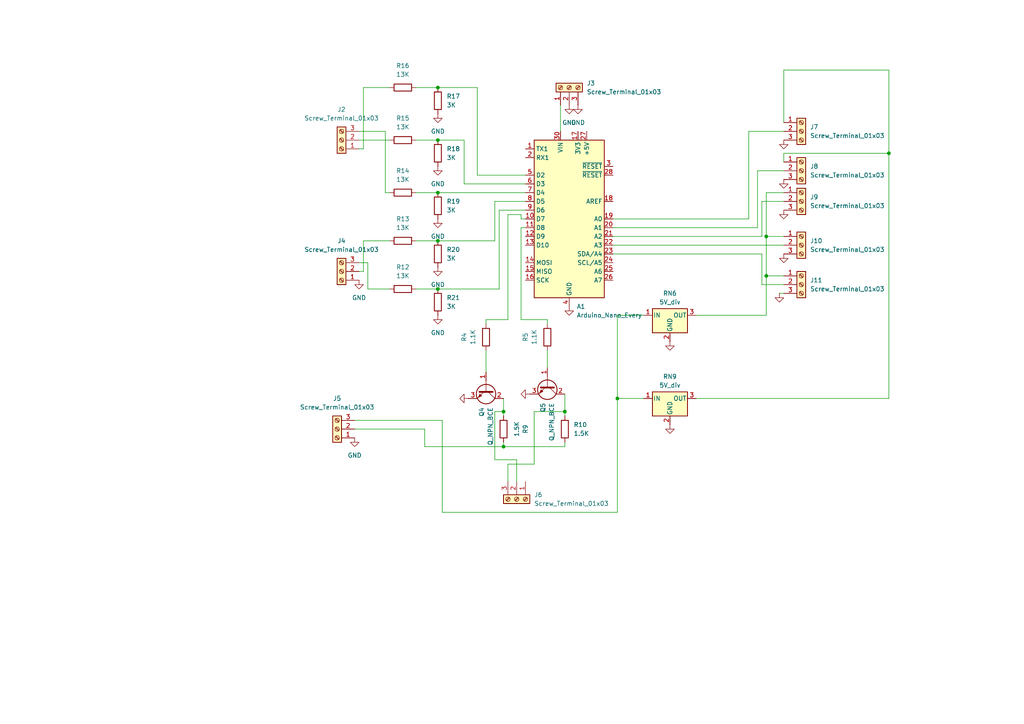
<source format=kicad_sch>
(kicad_sch
	(version 20250114)
	(generator "eeschema")
	(generator_version "9.0")
	(uuid "a2ef5b71-9eb8-45d9-a598-f3db1a30b267")
	(paper "A4")
	(lib_symbols
		(symbol "Connector:Screw_Terminal_01x03"
			(pin_names
				(offset 1.016)
				(hide yes)
			)
			(exclude_from_sim no)
			(in_bom yes)
			(on_board yes)
			(property "Reference" "J"
				(at 0 5.08 0)
				(effects
					(font
						(size 1.27 1.27)
					)
				)
			)
			(property "Value" "Screw_Terminal_01x03"
				(at 0 -5.08 0)
				(effects
					(font
						(size 1.27 1.27)
					)
				)
			)
			(property "Footprint" ""
				(at 0 0 0)
				(effects
					(font
						(size 1.27 1.27)
					)
					(hide yes)
				)
			)
			(property "Datasheet" "~"
				(at 0 0 0)
				(effects
					(font
						(size 1.27 1.27)
					)
					(hide yes)
				)
			)
			(property "Description" "Generic screw terminal, single row, 01x03, script generated (kicad-library-utils/schlib/autogen/connector/)"
				(at 0 0 0)
				(effects
					(font
						(size 1.27 1.27)
					)
					(hide yes)
				)
			)
			(property "ki_keywords" "screw terminal"
				(at 0 0 0)
				(effects
					(font
						(size 1.27 1.27)
					)
					(hide yes)
				)
			)
			(property "ki_fp_filters" "TerminalBlock*:*"
				(at 0 0 0)
				(effects
					(font
						(size 1.27 1.27)
					)
					(hide yes)
				)
			)
			(symbol "Screw_Terminal_01x03_1_1"
				(rectangle
					(start -1.27 3.81)
					(end 1.27 -3.81)
					(stroke
						(width 0.254)
						(type default)
					)
					(fill
						(type background)
					)
				)
				(polyline
					(pts
						(xy -0.5334 2.8702) (xy 0.3302 2.032)
					)
					(stroke
						(width 0.1524)
						(type default)
					)
					(fill
						(type none)
					)
				)
				(polyline
					(pts
						(xy -0.5334 0.3302) (xy 0.3302 -0.508)
					)
					(stroke
						(width 0.1524)
						(type default)
					)
					(fill
						(type none)
					)
				)
				(polyline
					(pts
						(xy -0.5334 -2.2098) (xy 0.3302 -3.048)
					)
					(stroke
						(width 0.1524)
						(type default)
					)
					(fill
						(type none)
					)
				)
				(polyline
					(pts
						(xy -0.3556 3.048) (xy 0.508 2.2098)
					)
					(stroke
						(width 0.1524)
						(type default)
					)
					(fill
						(type none)
					)
				)
				(polyline
					(pts
						(xy -0.3556 0.508) (xy 0.508 -0.3302)
					)
					(stroke
						(width 0.1524)
						(type default)
					)
					(fill
						(type none)
					)
				)
				(polyline
					(pts
						(xy -0.3556 -2.032) (xy 0.508 -2.8702)
					)
					(stroke
						(width 0.1524)
						(type default)
					)
					(fill
						(type none)
					)
				)
				(circle
					(center 0 2.54)
					(radius 0.635)
					(stroke
						(width 0.1524)
						(type default)
					)
					(fill
						(type none)
					)
				)
				(circle
					(center 0 0)
					(radius 0.635)
					(stroke
						(width 0.1524)
						(type default)
					)
					(fill
						(type none)
					)
				)
				(circle
					(center 0 -2.54)
					(radius 0.635)
					(stroke
						(width 0.1524)
						(type default)
					)
					(fill
						(type none)
					)
				)
				(pin passive line
					(at -5.08 2.54 0)
					(length 3.81)
					(name "Pin_1"
						(effects
							(font
								(size 1.27 1.27)
							)
						)
					)
					(number "1"
						(effects
							(font
								(size 1.27 1.27)
							)
						)
					)
				)
				(pin passive line
					(at -5.08 0 0)
					(length 3.81)
					(name "Pin_2"
						(effects
							(font
								(size 1.27 1.27)
							)
						)
					)
					(number "2"
						(effects
							(font
								(size 1.27 1.27)
							)
						)
					)
				)
				(pin passive line
					(at -5.08 -2.54 0)
					(length 3.81)
					(name "Pin_3"
						(effects
							(font
								(size 1.27 1.27)
							)
						)
					)
					(number "3"
						(effects
							(font
								(size 1.27 1.27)
							)
						)
					)
				)
			)
			(embedded_fonts no)
		)
		(symbol "Device:R"
			(pin_numbers
				(hide yes)
			)
			(pin_names
				(offset 0)
			)
			(exclude_from_sim no)
			(in_bom yes)
			(on_board yes)
			(property "Reference" "R"
				(at 2.032 0 90)
				(effects
					(font
						(size 1.27 1.27)
					)
				)
			)
			(property "Value" "R"
				(at 0 0 90)
				(effects
					(font
						(size 1.27 1.27)
					)
				)
			)
			(property "Footprint" ""
				(at -1.778 0 90)
				(effects
					(font
						(size 1.27 1.27)
					)
					(hide yes)
				)
			)
			(property "Datasheet" "~"
				(at 0 0 0)
				(effects
					(font
						(size 1.27 1.27)
					)
					(hide yes)
				)
			)
			(property "Description" "Resistor"
				(at 0 0 0)
				(effects
					(font
						(size 1.27 1.27)
					)
					(hide yes)
				)
			)
			(property "ki_keywords" "R res resistor"
				(at 0 0 0)
				(effects
					(font
						(size 1.27 1.27)
					)
					(hide yes)
				)
			)
			(property "ki_fp_filters" "R_*"
				(at 0 0 0)
				(effects
					(font
						(size 1.27 1.27)
					)
					(hide yes)
				)
			)
			(symbol "R_0_1"
				(rectangle
					(start -1.016 -2.54)
					(end 1.016 2.54)
					(stroke
						(width 0.254)
						(type default)
					)
					(fill
						(type none)
					)
				)
			)
			(symbol "R_1_1"
				(pin passive line
					(at 0 3.81 270)
					(length 1.27)
					(name "~"
						(effects
							(font
								(size 1.27 1.27)
							)
						)
					)
					(number "1"
						(effects
							(font
								(size 1.27 1.27)
							)
						)
					)
				)
				(pin passive line
					(at 0 -3.81 90)
					(length 1.27)
					(name "~"
						(effects
							(font
								(size 1.27 1.27)
							)
						)
					)
					(number "2"
						(effects
							(font
								(size 1.27 1.27)
							)
						)
					)
				)
			)
			(embedded_fonts no)
		)
		(symbol "MCU_Module:Arduino_Nano_Every"
			(exclude_from_sim no)
			(in_bom yes)
			(on_board yes)
			(property "Reference" "A"
				(at -10.16 23.495 0)
				(effects
					(font
						(size 1.27 1.27)
					)
					(justify left bottom)
				)
			)
			(property "Value" "Arduino_Nano_Every"
				(at 5.08 -24.13 0)
				(effects
					(font
						(size 1.27 1.27)
					)
					(justify left top)
				)
			)
			(property "Footprint" "Module:Arduino_Nano"
				(at 0 0 0)
				(effects
					(font
						(size 1.27 1.27)
						(italic yes)
					)
					(hide yes)
				)
			)
			(property "Datasheet" "https://content.arduino.cc/assets/NANOEveryV3.0_sch.pdf"
				(at 0 0 0)
				(effects
					(font
						(size 1.27 1.27)
					)
					(hide yes)
				)
			)
			(property "Description" "Arduino Nano Every"
				(at 0 0 0)
				(effects
					(font
						(size 1.27 1.27)
					)
					(hide yes)
				)
			)
			(property "ki_keywords" "Arduino nano microcontroller module USB UPDI AATMega4809 AVR"
				(at 0 0 0)
				(effects
					(font
						(size 1.27 1.27)
					)
					(hide yes)
				)
			)
			(property "ki_fp_filters" "Arduino*Nano*"
				(at 0 0 0)
				(effects
					(font
						(size 1.27 1.27)
					)
					(hide yes)
				)
			)
			(symbol "Arduino_Nano_Every_0_1"
				(rectangle
					(start -10.16 22.86)
					(end 10.16 -22.86)
					(stroke
						(width 0.254)
						(type default)
					)
					(fill
						(type background)
					)
				)
			)
			(symbol "Arduino_Nano_Every_1_1"
				(pin bidirectional line
					(at -12.7 20.32 0)
					(length 2.54)
					(name "TX1"
						(effects
							(font
								(size 1.27 1.27)
							)
						)
					)
					(number "1"
						(effects
							(font
								(size 1.27 1.27)
							)
						)
					)
				)
				(pin bidirectional line
					(at -12.7 17.78 0)
					(length 2.54)
					(name "RX1"
						(effects
							(font
								(size 1.27 1.27)
							)
						)
					)
					(number "2"
						(effects
							(font
								(size 1.27 1.27)
							)
						)
					)
				)
				(pin bidirectional line
					(at -12.7 12.7 0)
					(length 2.54)
					(name "D2"
						(effects
							(font
								(size 1.27 1.27)
							)
						)
					)
					(number "5"
						(effects
							(font
								(size 1.27 1.27)
							)
						)
					)
				)
				(pin bidirectional line
					(at -12.7 10.16 0)
					(length 2.54)
					(name "D3"
						(effects
							(font
								(size 1.27 1.27)
							)
						)
					)
					(number "6"
						(effects
							(font
								(size 1.27 1.27)
							)
						)
					)
				)
				(pin bidirectional line
					(at -12.7 7.62 0)
					(length 2.54)
					(name "D4"
						(effects
							(font
								(size 1.27 1.27)
							)
						)
					)
					(number "7"
						(effects
							(font
								(size 1.27 1.27)
							)
						)
					)
				)
				(pin bidirectional line
					(at -12.7 5.08 0)
					(length 2.54)
					(name "D5"
						(effects
							(font
								(size 1.27 1.27)
							)
						)
					)
					(number "8"
						(effects
							(font
								(size 1.27 1.27)
							)
						)
					)
				)
				(pin bidirectional line
					(at -12.7 2.54 0)
					(length 2.54)
					(name "D6"
						(effects
							(font
								(size 1.27 1.27)
							)
						)
					)
					(number "9"
						(effects
							(font
								(size 1.27 1.27)
							)
						)
					)
				)
				(pin bidirectional line
					(at -12.7 0 0)
					(length 2.54)
					(name "D7"
						(effects
							(font
								(size 1.27 1.27)
							)
						)
					)
					(number "10"
						(effects
							(font
								(size 1.27 1.27)
							)
						)
					)
				)
				(pin bidirectional line
					(at -12.7 -2.54 0)
					(length 2.54)
					(name "D8"
						(effects
							(font
								(size 1.27 1.27)
							)
						)
					)
					(number "11"
						(effects
							(font
								(size 1.27 1.27)
							)
						)
					)
				)
				(pin bidirectional line
					(at -12.7 -5.08 0)
					(length 2.54)
					(name "D9"
						(effects
							(font
								(size 1.27 1.27)
							)
						)
					)
					(number "12"
						(effects
							(font
								(size 1.27 1.27)
							)
						)
					)
				)
				(pin bidirectional line
					(at -12.7 -7.62 0)
					(length 2.54)
					(name "D10"
						(effects
							(font
								(size 1.27 1.27)
							)
						)
					)
					(number "13"
						(effects
							(font
								(size 1.27 1.27)
							)
						)
					)
				)
				(pin bidirectional line
					(at -12.7 -12.7 0)
					(length 2.54)
					(name "MOSI"
						(effects
							(font
								(size 1.27 1.27)
							)
						)
					)
					(number "14"
						(effects
							(font
								(size 1.27 1.27)
							)
						)
					)
				)
				(pin bidirectional line
					(at -12.7 -15.24 0)
					(length 2.54)
					(name "MISO"
						(effects
							(font
								(size 1.27 1.27)
							)
						)
					)
					(number "15"
						(effects
							(font
								(size 1.27 1.27)
							)
						)
					)
				)
				(pin bidirectional line
					(at -12.7 -17.78 0)
					(length 2.54)
					(name "SCK"
						(effects
							(font
								(size 1.27 1.27)
							)
						)
					)
					(number "16"
						(effects
							(font
								(size 1.27 1.27)
							)
						)
					)
				)
				(pin power_in line
					(at -2.54 25.4 270)
					(length 2.54)
					(name "VIN"
						(effects
							(font
								(size 1.27 1.27)
							)
						)
					)
					(number "30"
						(effects
							(font
								(size 1.27 1.27)
							)
						)
					)
				)
				(pin passive line
					(at 0 -25.4 90)
					(length 2.54)
					(hide yes)
					(name "GND"
						(effects
							(font
								(size 1.27 1.27)
							)
						)
					)
					(number "29"
						(effects
							(font
								(size 1.27 1.27)
							)
						)
					)
				)
				(pin power_in line
					(at 0 -25.4 90)
					(length 2.54)
					(name "GND"
						(effects
							(font
								(size 1.27 1.27)
							)
						)
					)
					(number "4"
						(effects
							(font
								(size 1.27 1.27)
							)
						)
					)
				)
				(pin power_out line
					(at 2.54 25.4 270)
					(length 2.54)
					(name "3V3"
						(effects
							(font
								(size 1.27 1.27)
							)
						)
					)
					(number "17"
						(effects
							(font
								(size 1.27 1.27)
							)
						)
					)
				)
				(pin power_out line
					(at 5.08 25.4 270)
					(length 2.54)
					(name "+5V"
						(effects
							(font
								(size 1.27 1.27)
							)
						)
					)
					(number "27"
						(effects
							(font
								(size 1.27 1.27)
							)
						)
					)
				)
				(pin input line
					(at 12.7 15.24 180)
					(length 2.54)
					(name "~{RESET}"
						(effects
							(font
								(size 1.27 1.27)
							)
						)
					)
					(number "3"
						(effects
							(font
								(size 1.27 1.27)
							)
						)
					)
				)
				(pin input line
					(at 12.7 12.7 180)
					(length 2.54)
					(name "~{RESET}"
						(effects
							(font
								(size 1.27 1.27)
							)
						)
					)
					(number "28"
						(effects
							(font
								(size 1.27 1.27)
							)
						)
					)
				)
				(pin input line
					(at 12.7 5.08 180)
					(length 2.54)
					(name "AREF"
						(effects
							(font
								(size 1.27 1.27)
							)
						)
					)
					(number "18"
						(effects
							(font
								(size 1.27 1.27)
							)
						)
					)
				)
				(pin bidirectional line
					(at 12.7 0 180)
					(length 2.54)
					(name "A0"
						(effects
							(font
								(size 1.27 1.27)
							)
						)
					)
					(number "19"
						(effects
							(font
								(size 1.27 1.27)
							)
						)
					)
				)
				(pin bidirectional line
					(at 12.7 -2.54 180)
					(length 2.54)
					(name "A1"
						(effects
							(font
								(size 1.27 1.27)
							)
						)
					)
					(number "20"
						(effects
							(font
								(size 1.27 1.27)
							)
						)
					)
				)
				(pin bidirectional line
					(at 12.7 -5.08 180)
					(length 2.54)
					(name "A2"
						(effects
							(font
								(size 1.27 1.27)
							)
						)
					)
					(number "21"
						(effects
							(font
								(size 1.27 1.27)
							)
						)
					)
				)
				(pin bidirectional line
					(at 12.7 -7.62 180)
					(length 2.54)
					(name "A3"
						(effects
							(font
								(size 1.27 1.27)
							)
						)
					)
					(number "22"
						(effects
							(font
								(size 1.27 1.27)
							)
						)
					)
				)
				(pin bidirectional line
					(at 12.7 -10.16 180)
					(length 2.54)
					(name "SDA/A4"
						(effects
							(font
								(size 1.27 1.27)
							)
						)
					)
					(number "23"
						(effects
							(font
								(size 1.27 1.27)
							)
						)
					)
				)
				(pin bidirectional line
					(at 12.7 -12.7 180)
					(length 2.54)
					(name "SCL/A5"
						(effects
							(font
								(size 1.27 1.27)
							)
						)
					)
					(number "24"
						(effects
							(font
								(size 1.27 1.27)
							)
						)
					)
				)
				(pin bidirectional line
					(at 12.7 -15.24 180)
					(length 2.54)
					(name "A6"
						(effects
							(font
								(size 1.27 1.27)
							)
						)
					)
					(number "25"
						(effects
							(font
								(size 1.27 1.27)
							)
						)
					)
				)
				(pin bidirectional line
					(at 12.7 -17.78 180)
					(length 2.54)
					(name "A7"
						(effects
							(font
								(size 1.27 1.27)
							)
						)
					)
					(number "26"
						(effects
							(font
								(size 1.27 1.27)
							)
						)
					)
				)
			)
			(embedded_fonts no)
		)
		(symbol "Regulator_Linear:L7805"
			(pin_names
				(offset 0.254)
			)
			(exclude_from_sim no)
			(in_bom yes)
			(on_board yes)
			(property "Reference" "U"
				(at -3.81 3.175 0)
				(effects
					(font
						(size 1.27 1.27)
					)
				)
			)
			(property "Value" "L7805"
				(at 0 3.175 0)
				(effects
					(font
						(size 1.27 1.27)
					)
					(justify left)
				)
			)
			(property "Footprint" ""
				(at 0.635 -3.81 0)
				(effects
					(font
						(size 1.27 1.27)
						(italic yes)
					)
					(justify left)
					(hide yes)
				)
			)
			(property "Datasheet" "http://www.st.com/content/ccc/resource/technical/document/datasheet/41/4f/b3/b0/12/d4/47/88/CD00000444.pdf/files/CD00000444.pdf/jcr:content/translations/en.CD00000444.pdf"
				(at 0 -1.27 0)
				(effects
					(font
						(size 1.27 1.27)
					)
					(hide yes)
				)
			)
			(property "Description" "Positive 1.5A 35V Linear Regulator, Fixed Output 5V, TO-220/TO-263/TO-252"
				(at 0 0 0)
				(effects
					(font
						(size 1.27 1.27)
					)
					(hide yes)
				)
			)
			(property "ki_keywords" "Voltage Regulator 1.5A Positive"
				(at 0 0 0)
				(effects
					(font
						(size 1.27 1.27)
					)
					(hide yes)
				)
			)
			(property "ki_fp_filters" "TO?252* TO?263* TO?220*"
				(at 0 0 0)
				(effects
					(font
						(size 1.27 1.27)
					)
					(hide yes)
				)
			)
			(symbol "L7805_0_1"
				(rectangle
					(start -5.08 1.905)
					(end 5.08 -5.08)
					(stroke
						(width 0.254)
						(type default)
					)
					(fill
						(type background)
					)
				)
			)
			(symbol "L7805_1_1"
				(pin power_in line
					(at -7.62 0 0)
					(length 2.54)
					(name "IN"
						(effects
							(font
								(size 1.27 1.27)
							)
						)
					)
					(number "1"
						(effects
							(font
								(size 1.27 1.27)
							)
						)
					)
				)
				(pin power_in line
					(at 0 -7.62 90)
					(length 2.54)
					(name "GND"
						(effects
							(font
								(size 1.27 1.27)
							)
						)
					)
					(number "2"
						(effects
							(font
								(size 1.27 1.27)
							)
						)
					)
				)
				(pin power_out line
					(at 7.62 0 180)
					(length 2.54)
					(name "OUT"
						(effects
							(font
								(size 1.27 1.27)
							)
						)
					)
					(number "3"
						(effects
							(font
								(size 1.27 1.27)
							)
						)
					)
				)
			)
			(embedded_fonts no)
		)
		(symbol "Transistor_BJT:Q_NPN_BCE"
			(pin_names
				(offset 0)
				(hide yes)
			)
			(exclude_from_sim no)
			(in_bom yes)
			(on_board yes)
			(property "Reference" "Q"
				(at 5.08 1.27 0)
				(effects
					(font
						(size 1.27 1.27)
					)
					(justify left)
				)
			)
			(property "Value" "Q_NPN_BCE"
				(at 5.08 -1.27 0)
				(effects
					(font
						(size 1.27 1.27)
					)
					(justify left)
				)
			)
			(property "Footprint" ""
				(at 5.08 2.54 0)
				(effects
					(font
						(size 1.27 1.27)
					)
					(hide yes)
				)
			)
			(property "Datasheet" "~"
				(at 0 0 0)
				(effects
					(font
						(size 1.27 1.27)
					)
					(hide yes)
				)
			)
			(property "Description" "NPN transistor, base/collector/emitter"
				(at 0 0 0)
				(effects
					(font
						(size 1.27 1.27)
					)
					(hide yes)
				)
			)
			(property "ki_keywords" "BJT"
				(at 0 0 0)
				(effects
					(font
						(size 1.27 1.27)
					)
					(hide yes)
				)
			)
			(symbol "Q_NPN_BCE_0_1"
				(polyline
					(pts
						(xy -2.54 0) (xy 0.635 0)
					)
					(stroke
						(width 0)
						(type default)
					)
					(fill
						(type none)
					)
				)
				(polyline
					(pts
						(xy 0.635 1.905) (xy 0.635 -1.905)
					)
					(stroke
						(width 0.508)
						(type default)
					)
					(fill
						(type none)
					)
				)
				(circle
					(center 1.27 0)
					(radius 2.8194)
					(stroke
						(width 0.254)
						(type default)
					)
					(fill
						(type none)
					)
				)
			)
			(symbol "Q_NPN_BCE_1_1"
				(polyline
					(pts
						(xy 0.635 0.635) (xy 2.54 2.54)
					)
					(stroke
						(width 0)
						(type default)
					)
					(fill
						(type none)
					)
				)
				(polyline
					(pts
						(xy 0.635 -0.635) (xy 2.54 -2.54)
					)
					(stroke
						(width 0)
						(type default)
					)
					(fill
						(type none)
					)
				)
				(polyline
					(pts
						(xy 1.27 -1.778) (xy 1.778 -1.27) (xy 2.286 -2.286) (xy 1.27 -1.778)
					)
					(stroke
						(width 0)
						(type default)
					)
					(fill
						(type outline)
					)
				)
				(pin input line
					(at -5.08 0 0)
					(length 2.54)
					(name "B"
						(effects
							(font
								(size 1.27 1.27)
							)
						)
					)
					(number "1"
						(effects
							(font
								(size 1.27 1.27)
							)
						)
					)
				)
				(pin passive line
					(at 2.54 5.08 270)
					(length 2.54)
					(name "C"
						(effects
							(font
								(size 1.27 1.27)
							)
						)
					)
					(number "2"
						(effects
							(font
								(size 1.27 1.27)
							)
						)
					)
				)
				(pin passive line
					(at 2.54 -5.08 90)
					(length 2.54)
					(name "E"
						(effects
							(font
								(size 1.27 1.27)
							)
						)
					)
					(number "3"
						(effects
							(font
								(size 1.27 1.27)
							)
						)
					)
				)
			)
			(embedded_fonts no)
		)
		(symbol "power:GND"
			(power)
			(pin_numbers
				(hide yes)
			)
			(pin_names
				(offset 0)
				(hide yes)
			)
			(exclude_from_sim no)
			(in_bom yes)
			(on_board yes)
			(property "Reference" "#PWR"
				(at 0 -6.35 0)
				(effects
					(font
						(size 1.27 1.27)
					)
					(hide yes)
				)
			)
			(property "Value" "GND"
				(at 0 -3.81 0)
				(effects
					(font
						(size 1.27 1.27)
					)
				)
			)
			(property "Footprint" ""
				(at 0 0 0)
				(effects
					(font
						(size 1.27 1.27)
					)
					(hide yes)
				)
			)
			(property "Datasheet" ""
				(at 0 0 0)
				(effects
					(font
						(size 1.27 1.27)
					)
					(hide yes)
				)
			)
			(property "Description" "Power symbol creates a global label with name \"GND\" , ground"
				(at 0 0 0)
				(effects
					(font
						(size 1.27 1.27)
					)
					(hide yes)
				)
			)
			(property "ki_keywords" "global power"
				(at 0 0 0)
				(effects
					(font
						(size 1.27 1.27)
					)
					(hide yes)
				)
			)
			(symbol "GND_0_1"
				(polyline
					(pts
						(xy 0 0) (xy 0 -1.27) (xy 1.27 -1.27) (xy 0 -2.54) (xy -1.27 -1.27) (xy 0 -1.27)
					)
					(stroke
						(width 0)
						(type default)
					)
					(fill
						(type none)
					)
				)
			)
			(symbol "GND_1_1"
				(pin power_in line
					(at 0 0 270)
					(length 0)
					(name "~"
						(effects
							(font
								(size 1.27 1.27)
							)
						)
					)
					(number "1"
						(effects
							(font
								(size 1.27 1.27)
							)
						)
					)
				)
			)
			(embedded_fonts no)
		)
	)
	(junction
		(at 127 40.64)
		(diameter 0)
		(color 0 0 0 0)
		(uuid "2c3e4c11-d52c-4f36-80d0-a9632a1628c0")
	)
	(junction
		(at 127 25.4)
		(diameter 0)
		(color 0 0 0 0)
		(uuid "3707188d-e813-4d7a-80c4-53280792e1e9")
	)
	(junction
		(at 163.83 119.38)
		(diameter 0)
		(color 0 0 0 0)
		(uuid "46266c0b-5ce5-4c11-a70d-d3d09184814e")
	)
	(junction
		(at 127 69.85)
		(diameter 0)
		(color 0 0 0 0)
		(uuid "4a055f57-e9c0-42e6-b68a-8ae916990fdf")
	)
	(junction
		(at 127 83.82)
		(diameter 0)
		(color 0 0 0 0)
		(uuid "54bab5f4-bf57-4cbc-9aeb-6f3eb4dbf8e8")
	)
	(junction
		(at 146.05 129.54)
		(diameter 0)
		(color 0 0 0 0)
		(uuid "618d9995-e2fe-453e-9ec5-18cd86e4276e")
	)
	(junction
		(at 127 55.88)
		(diameter 0)
		(color 0 0 0 0)
		(uuid "a98cec6c-c990-460f-829e-2696cf87baeb")
	)
	(junction
		(at 179.07 115.57)
		(diameter 0)
		(color 0 0 0 0)
		(uuid "d87c7f4c-1820-465e-a404-ba5966e437ec")
	)
	(junction
		(at 257.81 44.45)
		(diameter 0)
		(color 0 0 0 0)
		(uuid "d957b399-2886-4776-a53c-02422d236d5a")
	)
	(junction
		(at 222.25 80.01)
		(diameter 0)
		(color 0 0 0 0)
		(uuid "da372eb3-b242-47dd-9f77-67e654a3ae41")
	)
	(junction
		(at 222.25 68.58)
		(diameter 0)
		(color 0 0 0 0)
		(uuid "e5b0756d-3c4b-4fba-b572-9c15725772e0")
	)
	(junction
		(at 146.05 119.38)
		(diameter 0)
		(color 0 0 0 0)
		(uuid "ffd9a455-79c6-4801-87c6-88a56e4fb51d")
	)
	(wire
		(pts
			(xy 120.65 25.4) (xy 127 25.4)
		)
		(stroke
			(width 0)
			(type default)
		)
		(uuid "0075c1be-8ccc-47a1-9fb2-f1a097845c36")
	)
	(wire
		(pts
			(xy 143.51 69.85) (xy 143.51 58.42)
		)
		(stroke
			(width 0)
			(type default)
		)
		(uuid "056dafad-b404-45a4-a2e5-3559c6623398")
	)
	(wire
		(pts
			(xy 257.81 44.45) (xy 227.33 44.45)
		)
		(stroke
			(width 0)
			(type default)
		)
		(uuid "08d123ef-a498-43e3-91a0-96b009d1de0c")
	)
	(wire
		(pts
			(xy 149.86 133.35) (xy 149.86 139.7)
		)
		(stroke
			(width 0)
			(type default)
		)
		(uuid "0c0eb1f5-b37f-40e8-81c2-e007ea806bc3")
	)
	(wire
		(pts
			(xy 127 40.64) (xy 134.62 40.64)
		)
		(stroke
			(width 0)
			(type default)
		)
		(uuid "0ededf54-901f-4d3b-b759-33d63f392ca9")
	)
	(wire
		(pts
			(xy 152.4 60.96) (xy 144.78 60.96)
		)
		(stroke
			(width 0)
			(type default)
		)
		(uuid "0f76425e-f084-46a6-9f72-7c013e99c45e")
	)
	(wire
		(pts
			(xy 140.97 92.71) (xy 140.97 93.98)
		)
		(stroke
			(width 0)
			(type default)
		)
		(uuid "10d4adab-e09b-4b6c-b5cd-cda4b6ac412e")
	)
	(wire
		(pts
			(xy 222.25 80.01) (xy 222.25 68.58)
		)
		(stroke
			(width 0)
			(type default)
		)
		(uuid "1874f51d-60c5-4475-92e6-56205f728001")
	)
	(wire
		(pts
			(xy 222.25 68.58) (xy 222.25 55.88)
		)
		(stroke
			(width 0)
			(type default)
		)
		(uuid "1a8e5a24-914d-42a6-bcbf-4153e87fdb37")
	)
	(wire
		(pts
			(xy 134.62 53.34) (xy 152.4 53.34)
		)
		(stroke
			(width 0)
			(type default)
		)
		(uuid "1b2c3db7-bfbd-4a1a-a579-ba6e1b5fddc0")
	)
	(wire
		(pts
			(xy 151.13 66.04) (xy 152.4 66.04)
		)
		(stroke
			(width 0)
			(type default)
		)
		(uuid "1bacc5f9-c805-4219-917c-1ea71f6fc385")
	)
	(wire
		(pts
			(xy 120.65 55.88) (xy 127 55.88)
		)
		(stroke
			(width 0)
			(type default)
		)
		(uuid "20aea4fa-1fdf-4d63-9724-62b8ab444b02")
	)
	(wire
		(pts
			(xy 106.68 83.82) (xy 113.03 83.82)
		)
		(stroke
			(width 0)
			(type default)
		)
		(uuid "268fa075-f757-42e8-ab7a-cdb19aeb27ed")
	)
	(wire
		(pts
			(xy 219.71 49.53) (xy 219.71 66.04)
		)
		(stroke
			(width 0)
			(type default)
		)
		(uuid "2cb1008b-fb58-40ec-961b-12b2e555d65e")
	)
	(wire
		(pts
			(xy 220.98 82.55) (xy 227.33 82.55)
		)
		(stroke
			(width 0)
			(type default)
		)
		(uuid "2eba6ef5-9376-4510-8bd1-2a8231d01da9")
	)
	(wire
		(pts
			(xy 151.13 62.23) (xy 147.32 62.23)
		)
		(stroke
			(width 0)
			(type default)
		)
		(uuid "2efe2b9e-dfbb-4c78-986d-6eb60e034556")
	)
	(wire
		(pts
			(xy 105.41 25.4) (xy 105.41 43.18)
		)
		(stroke
			(width 0)
			(type default)
		)
		(uuid "2f4184c2-a0db-4333-9e9c-d2d49eeb2f2e")
	)
	(wire
		(pts
			(xy 120.65 83.82) (xy 127 83.82)
		)
		(stroke
			(width 0)
			(type default)
		)
		(uuid "300eba2b-2f05-4c61-a52a-f6ce1a7c1d79")
	)
	(wire
		(pts
			(xy 227.33 49.53) (xy 219.71 49.53)
		)
		(stroke
			(width 0)
			(type default)
		)
		(uuid "30e11e44-2e75-4ca8-9f2c-5d5498707f8b")
	)
	(wire
		(pts
			(xy 179.07 115.57) (xy 179.07 148.59)
		)
		(stroke
			(width 0)
			(type default)
		)
		(uuid "317cb058-0595-442b-8ff2-61fbf38ae187")
	)
	(wire
		(pts
			(xy 162.56 30.48) (xy 162.56 38.1)
		)
		(stroke
			(width 0)
			(type default)
		)
		(uuid "3bb09a8d-c7f5-4637-a43e-f045cbb4f10d")
	)
	(wire
		(pts
			(xy 220.98 58.42) (xy 227.33 58.42)
		)
		(stroke
			(width 0)
			(type default)
		)
		(uuid "3bfab606-1012-4a9e-99df-e506ae237376")
	)
	(wire
		(pts
			(xy 146.05 128.27) (xy 146.05 129.54)
		)
		(stroke
			(width 0)
			(type default)
		)
		(uuid "3e667cfb-aaa5-4afe-aa18-f1e87ecb3470")
	)
	(wire
		(pts
			(xy 111.76 38.1) (xy 104.14 38.1)
		)
		(stroke
			(width 0)
			(type default)
		)
		(uuid "3ee6fe9e-b879-4612-9123-8c601b0b9ce0")
	)
	(wire
		(pts
			(xy 105.41 78.74) (xy 105.41 69.85)
		)
		(stroke
			(width 0)
			(type default)
		)
		(uuid "40480186-a27f-457a-8128-e54f2e6f3c50")
	)
	(wire
		(pts
			(xy 146.05 119.38) (xy 146.05 120.65)
		)
		(stroke
			(width 0)
			(type default)
		)
		(uuid "4261bb10-ef8f-44e2-87bd-f0aae0baccac")
	)
	(wire
		(pts
			(xy 102.87 124.46) (xy 123.19 124.46)
		)
		(stroke
			(width 0)
			(type default)
		)
		(uuid "44493eee-f3e5-4599-aad4-40b79ec584a7")
	)
	(wire
		(pts
			(xy 179.07 91.44) (xy 186.69 91.44)
		)
		(stroke
			(width 0)
			(type default)
		)
		(uuid "4465d5e3-0661-4e88-9b78-ed2539722c56")
	)
	(wire
		(pts
			(xy 179.07 91.44) (xy 179.07 115.57)
		)
		(stroke
			(width 0)
			(type default)
		)
		(uuid "45b79e14-8766-4cc5-bb94-2334ac56643a")
	)
	(wire
		(pts
			(xy 143.51 58.42) (xy 152.4 58.42)
		)
		(stroke
			(width 0)
			(type default)
		)
		(uuid "4a0d15c5-ed3e-42c3-b14e-055e2559fc4f")
	)
	(wire
		(pts
			(xy 227.33 85.09) (xy 226.06 85.09)
		)
		(stroke
			(width 0)
			(type default)
		)
		(uuid "4b6a5826-667f-4c70-8665-259e36f6c472")
	)
	(wire
		(pts
			(xy 257.81 44.45) (xy 257.81 115.57)
		)
		(stroke
			(width 0)
			(type default)
		)
		(uuid "4f7acad4-d3c1-440c-a702-51b2894a4a36")
	)
	(wire
		(pts
			(xy 144.78 60.96) (xy 144.78 83.82)
		)
		(stroke
			(width 0)
			(type default)
		)
		(uuid "5082150d-7fb9-4ee4-842e-5b8d5802d997")
	)
	(wire
		(pts
			(xy 220.98 73.66) (xy 220.98 82.55)
		)
		(stroke
			(width 0)
			(type default)
		)
		(uuid "51c91309-6be7-4051-acc9-70f28a3686b3")
	)
	(wire
		(pts
			(xy 257.81 20.32) (xy 257.81 44.45)
		)
		(stroke
			(width 0)
			(type default)
		)
		(uuid "5965cc53-c68e-4e95-b732-fbeab3c59b05")
	)
	(wire
		(pts
			(xy 220.98 58.42) (xy 220.98 68.58)
		)
		(stroke
			(width 0)
			(type default)
		)
		(uuid "5be2dcbc-7fec-4d0a-a273-9ce1265db78f")
	)
	(wire
		(pts
			(xy 127 25.4) (xy 138.43 25.4)
		)
		(stroke
			(width 0)
			(type default)
		)
		(uuid "60d18301-ec0a-47c6-982e-b3e7ceda898c")
	)
	(wire
		(pts
			(xy 138.43 25.4) (xy 138.43 50.8)
		)
		(stroke
			(width 0)
			(type default)
		)
		(uuid "613d825d-27a1-431a-aad5-df31774593e5")
	)
	(wire
		(pts
			(xy 104.14 40.64) (xy 113.03 40.64)
		)
		(stroke
			(width 0)
			(type default)
		)
		(uuid "643ad2ae-8de2-4d36-a489-84fa338392bc")
	)
	(wire
		(pts
			(xy 222.25 91.44) (xy 222.25 80.01)
		)
		(stroke
			(width 0)
			(type default)
		)
		(uuid "6473fa4d-4229-4ee2-9674-b92c33e27578")
	)
	(wire
		(pts
			(xy 143.51 119.38) (xy 143.51 133.35)
		)
		(stroke
			(width 0)
			(type default)
		)
		(uuid "66f1df0f-efb1-44dd-994c-c816855c8e79")
	)
	(wire
		(pts
			(xy 151.13 62.23) (xy 151.13 63.5)
		)
		(stroke
			(width 0)
			(type default)
		)
		(uuid "6b5a4ed0-dc42-411e-897e-93deda77e479")
	)
	(wire
		(pts
			(xy 154.94 119.38) (xy 163.83 119.38)
		)
		(stroke
			(width 0)
			(type default)
		)
		(uuid "6c31319b-d10b-4ed6-8069-88d343332c2a")
	)
	(wire
		(pts
			(xy 227.33 20.32) (xy 227.33 35.56)
		)
		(stroke
			(width 0)
			(type default)
		)
		(uuid "6e5e8e50-3742-45b2-8560-8d765ba3bc83")
	)
	(wire
		(pts
			(xy 140.97 101.6) (xy 140.97 107.95)
		)
		(stroke
			(width 0)
			(type default)
		)
		(uuid "71f36849-1e84-4e29-a2a8-2b87c71ad210")
	)
	(wire
		(pts
			(xy 163.83 119.38) (xy 163.83 120.65)
		)
		(stroke
			(width 0)
			(type default)
		)
		(uuid "74a8e64f-1bf2-4087-89a4-53f5bea34019")
	)
	(wire
		(pts
			(xy 104.14 76.2) (xy 106.68 76.2)
		)
		(stroke
			(width 0)
			(type default)
		)
		(uuid "767e73c1-e794-4d95-81c7-949427559503")
	)
	(wire
		(pts
			(xy 227.33 44.45) (xy 227.33 46.99)
		)
		(stroke
			(width 0)
			(type default)
		)
		(uuid "768c9636-35a0-4aae-91d7-6114262e633d")
	)
	(wire
		(pts
			(xy 123.19 124.46) (xy 123.19 129.54)
		)
		(stroke
			(width 0)
			(type default)
		)
		(uuid "7d8450b8-f9df-4922-afd0-c73baebeac49")
	)
	(wire
		(pts
			(xy 105.41 25.4) (xy 113.03 25.4)
		)
		(stroke
			(width 0)
			(type default)
		)
		(uuid "83080ab2-d3b2-4553-b703-6412dd35a47d")
	)
	(wire
		(pts
			(xy 158.75 101.6) (xy 158.75 106.68)
		)
		(stroke
			(width 0)
			(type default)
		)
		(uuid "841e13e8-aae9-44e8-8606-30b31d38dbe7")
	)
	(wire
		(pts
			(xy 177.8 71.12) (xy 227.33 71.12)
		)
		(stroke
			(width 0)
			(type default)
		)
		(uuid "85fad5d7-2a96-4fdf-a664-c83de41753ff")
	)
	(wire
		(pts
			(xy 127 55.88) (xy 152.4 55.88)
		)
		(stroke
			(width 0)
			(type default)
		)
		(uuid "88301e55-39d8-498f-8bb7-ed7258e5508b")
	)
	(wire
		(pts
			(xy 257.81 20.32) (xy 227.33 20.32)
		)
		(stroke
			(width 0)
			(type default)
		)
		(uuid "8c9e3ba2-6208-4740-8149-7b2c94dd4ccb")
	)
	(wire
		(pts
			(xy 106.68 76.2) (xy 106.68 83.82)
		)
		(stroke
			(width 0)
			(type default)
		)
		(uuid "90758d3c-2522-4d9b-b4d4-26a993e2ef96")
	)
	(wire
		(pts
			(xy 111.76 38.1) (xy 111.76 55.88)
		)
		(stroke
			(width 0)
			(type default)
		)
		(uuid "90f11fb7-0cac-489e-84df-4749afd76b94")
	)
	(wire
		(pts
			(xy 177.8 63.5) (xy 217.17 63.5)
		)
		(stroke
			(width 0)
			(type default)
		)
		(uuid "90f96eec-0646-4d32-bedc-af0478f9a039")
	)
	(wire
		(pts
			(xy 104.14 78.74) (xy 105.41 78.74)
		)
		(stroke
			(width 0)
			(type default)
		)
		(uuid "920cbf09-5216-4b83-ad6b-ff1176464c69")
	)
	(wire
		(pts
			(xy 147.32 62.23) (xy 147.32 92.71)
		)
		(stroke
			(width 0)
			(type default)
		)
		(uuid "95fab9b8-0972-4073-ab6d-7e3c758117a7")
	)
	(wire
		(pts
			(xy 217.17 38.1) (xy 227.33 38.1)
		)
		(stroke
			(width 0)
			(type default)
		)
		(uuid "9ebd786f-bf2e-47c0-8c8f-635e10429153")
	)
	(wire
		(pts
			(xy 147.32 92.71) (xy 140.97 92.71)
		)
		(stroke
			(width 0)
			(type default)
		)
		(uuid "9ef775b3-24f5-4db5-bde2-bd5882c436aa")
	)
	(wire
		(pts
			(xy 143.51 133.35) (xy 149.86 133.35)
		)
		(stroke
			(width 0)
			(type default)
		)
		(uuid "a12a8f39-89d4-473b-98e8-78db2e893ff5")
	)
	(wire
		(pts
			(xy 179.07 115.57) (xy 186.69 115.57)
		)
		(stroke
			(width 0)
			(type default)
		)
		(uuid "a22e6430-06c8-4cfc-bc05-2d3767b95e33")
	)
	(wire
		(pts
			(xy 128.27 148.59) (xy 179.07 148.59)
		)
		(stroke
			(width 0)
			(type default)
		)
		(uuid "acd14394-8a88-4f29-bec3-8df0db8488c6")
	)
	(wire
		(pts
			(xy 146.05 115.57) (xy 146.05 119.38)
		)
		(stroke
			(width 0)
			(type default)
		)
		(uuid "acf29ec9-2dff-42fc-a82e-cb372b10e92f")
	)
	(wire
		(pts
			(xy 120.65 40.64) (xy 127 40.64)
		)
		(stroke
			(width 0)
			(type default)
		)
		(uuid "b2a7c2c4-ee87-4dd5-b21b-0224f60dd3c3")
	)
	(wire
		(pts
			(xy 123.19 129.54) (xy 146.05 129.54)
		)
		(stroke
			(width 0)
			(type default)
		)
		(uuid "b57a3b72-7854-4fd7-a693-17f9663be567")
	)
	(wire
		(pts
			(xy 177.8 68.58) (xy 220.98 68.58)
		)
		(stroke
			(width 0)
			(type default)
		)
		(uuid "b6335e49-de57-4de1-a13e-4e7918d531b4")
	)
	(wire
		(pts
			(xy 120.65 69.85) (xy 127 69.85)
		)
		(stroke
			(width 0)
			(type default)
		)
		(uuid "b670f5f9-a0d1-4832-8d3b-26fbcda15a75")
	)
	(wire
		(pts
			(xy 154.94 134.62) (xy 154.94 119.38)
		)
		(stroke
			(width 0)
			(type default)
		)
		(uuid "b6e96320-a2e1-4c47-bb13-68ecc554549c")
	)
	(wire
		(pts
			(xy 138.43 50.8) (xy 152.4 50.8)
		)
		(stroke
			(width 0)
			(type default)
		)
		(uuid "b9abc4c2-d113-4d15-b153-9433c2ab0a70")
	)
	(wire
		(pts
			(xy 147.32 134.62) (xy 147.32 139.7)
		)
		(stroke
			(width 0)
			(type default)
		)
		(uuid "b9e67707-5feb-4d17-b811-c929b9ab14ac")
	)
	(wire
		(pts
			(xy 222.25 68.58) (xy 227.33 68.58)
		)
		(stroke
			(width 0)
			(type default)
		)
		(uuid "bc3aea7b-4495-43b2-a72f-faccaeac3cb6")
	)
	(wire
		(pts
			(xy 128.27 121.92) (xy 128.27 148.59)
		)
		(stroke
			(width 0)
			(type default)
		)
		(uuid "be98fe6c-6ffc-400f-8167-f2f503278d9d")
	)
	(wire
		(pts
			(xy 143.51 119.38) (xy 146.05 119.38)
		)
		(stroke
			(width 0)
			(type default)
		)
		(uuid "c0661b74-cedd-4c86-84a2-f856d45692c6")
	)
	(wire
		(pts
			(xy 105.41 43.18) (xy 104.14 43.18)
		)
		(stroke
			(width 0)
			(type default)
		)
		(uuid "c2c2e5f5-8b85-4be6-880a-f7dbb308bf6b")
	)
	(wire
		(pts
			(xy 177.8 73.66) (xy 220.98 73.66)
		)
		(stroke
			(width 0)
			(type default)
		)
		(uuid "c79777ca-a2fc-4415-a08a-f9c82c53c1ea")
	)
	(wire
		(pts
			(xy 128.27 121.92) (xy 102.87 121.92)
		)
		(stroke
			(width 0)
			(type default)
		)
		(uuid "ca67baad-5c7e-4cc5-bb4d-5ee880a70917")
	)
	(wire
		(pts
			(xy 217.17 63.5) (xy 217.17 38.1)
		)
		(stroke
			(width 0)
			(type default)
		)
		(uuid "d2f83767-17a3-4322-9834-07ace1fe8a0d")
	)
	(wire
		(pts
			(xy 127 83.82) (xy 144.78 83.82)
		)
		(stroke
			(width 0)
			(type default)
		)
		(uuid "d4db83ae-9780-4d03-925c-1d7475caaf0f")
	)
	(wire
		(pts
			(xy 158.75 92.71) (xy 151.13 92.71)
		)
		(stroke
			(width 0)
			(type default)
		)
		(uuid "d75ae223-cb14-46ac-af92-dfa79546fded")
	)
	(wire
		(pts
			(xy 201.93 91.44) (xy 222.25 91.44)
		)
		(stroke
			(width 0)
			(type default)
		)
		(uuid "dace3411-5acd-43a3-9b9d-a412eba9fc18")
	)
	(wire
		(pts
			(xy 163.83 128.27) (xy 163.83 129.54)
		)
		(stroke
			(width 0)
			(type default)
		)
		(uuid "db488128-f4e0-436f-b90e-9475000853e2")
	)
	(wire
		(pts
			(xy 151.13 92.71) (xy 151.13 66.04)
		)
		(stroke
			(width 0)
			(type default)
		)
		(uuid "dc993f71-520a-46c6-94a0-1de81022ddb9")
	)
	(wire
		(pts
			(xy 158.75 93.98) (xy 158.75 92.71)
		)
		(stroke
			(width 0)
			(type default)
		)
		(uuid "dd42c4ea-5b57-4c85-b193-890e5d4bf062")
	)
	(wire
		(pts
			(xy 111.76 55.88) (xy 113.03 55.88)
		)
		(stroke
			(width 0)
			(type default)
		)
		(uuid "e0ffad6e-01c9-478a-9c06-a09d2e53b166")
	)
	(wire
		(pts
			(xy 219.71 66.04) (xy 177.8 66.04)
		)
		(stroke
			(width 0)
			(type default)
		)
		(uuid "ea7a4b00-9eb2-4733-bc75-9bf86e0775fa")
	)
	(wire
		(pts
			(xy 257.81 115.57) (xy 201.93 115.57)
		)
		(stroke
			(width 0)
			(type default)
		)
		(uuid "f5647433-766e-4ac2-8133-b53d2c8bed48")
	)
	(wire
		(pts
			(xy 163.83 114.3) (xy 163.83 119.38)
		)
		(stroke
			(width 0)
			(type default)
		)
		(uuid "f9239383-b15e-4d9d-8794-cc0bcedc957b")
	)
	(wire
		(pts
			(xy 127 69.85) (xy 143.51 69.85)
		)
		(stroke
			(width 0)
			(type default)
		)
		(uuid "f986a428-a46d-4f3d-a563-2787199c8fa0")
	)
	(wire
		(pts
			(xy 134.62 40.64) (xy 134.62 53.34)
		)
		(stroke
			(width 0)
			(type default)
		)
		(uuid "f9cf82bc-a505-465b-810e-90d032d6cc97")
	)
	(wire
		(pts
			(xy 222.25 55.88) (xy 227.33 55.88)
		)
		(stroke
			(width 0)
			(type default)
		)
		(uuid "fb5004d1-9fbb-430b-9493-eceefee1cd1b")
	)
	(wire
		(pts
			(xy 222.25 80.01) (xy 227.33 80.01)
		)
		(stroke
			(width 0)
			(type default)
		)
		(uuid "fb9a7fa0-06f2-4a43-ab33-790e04ebbaf1")
	)
	(wire
		(pts
			(xy 147.32 134.62) (xy 154.94 134.62)
		)
		(stroke
			(width 0)
			(type default)
		)
		(uuid "fbbc9de9-eab1-416b-a042-e2694597c5b3")
	)
	(wire
		(pts
			(xy 105.41 69.85) (xy 113.03 69.85)
		)
		(stroke
			(width 0)
			(type default)
		)
		(uuid "fdc8f6d8-495d-4162-887b-722a10aa84a8")
	)
	(wire
		(pts
			(xy 151.13 63.5) (xy 152.4 63.5)
		)
		(stroke
			(width 0)
			(type default)
		)
		(uuid "fe404f0a-b3c6-4a0e-923e-85494c658fb0")
	)
	(wire
		(pts
			(xy 163.83 129.54) (xy 146.05 129.54)
		)
		(stroke
			(width 0)
			(type default)
		)
		(uuid "feca9ff4-5030-410f-bee3-59dfdb7d2b52")
	)
	(symbol
		(lib_id "Connector:Screw_Terminal_01x03")
		(at 232.41 58.42 0)
		(unit 1)
		(exclude_from_sim no)
		(in_bom yes)
		(on_board yes)
		(dnp no)
		(fields_autoplaced yes)
		(uuid "00060851-6aa9-4783-85f4-087845307325")
		(property "Reference" "J9"
			(at 234.95 57.1499 0)
			(effects
				(font
					(size 1.27 1.27)
				)
				(justify left)
			)
		)
		(property "Value" "Screw_Terminal_01x03"
			(at 234.95 59.6899 0)
			(effects
				(font
					(size 1.27 1.27)
				)
				(justify left)
			)
		)
		(property "Footprint" "TerminalBlock_Phoenix:TerminalBlock_Phoenix_MKDS-1,5-3-5.08_1x03_P5.08mm_Horizontal"
			(at 232.41 58.42 0)
			(effects
				(font
					(size 1.27 1.27)
				)
				(hide yes)
			)
		)
		(property "Datasheet" "~"
			(at 232.41 58.42 0)
			(effects
				(font
					(size 1.27 1.27)
				)
				(hide yes)
			)
		)
		(property "Description" "Generic screw terminal, single row, 01x03, script generated (kicad-library-utils/schlib/autogen/connector/)"
			(at 232.41 58.42 0)
			(effects
				(font
					(size 1.27 1.27)
				)
				(hide yes)
			)
		)
		(pin "1"
			(uuid "07c54d78-3577-49cd-ad4b-79e68b410152")
		)
		(pin "2"
			(uuid "0d37cee4-c26e-4a0a-bd13-911f7ca21139")
		)
		(pin "3"
			(uuid "c40c69a4-bf12-4518-8378-f16c3286d82e")
		)
		(instances
			(project "Arduino_board_2"
				(path "/a2ef5b71-9eb8-45d9-a598-f3db1a30b267"
					(reference "J9")
					(unit 1)
				)
			)
		)
	)
	(symbol
		(lib_id "Device:R")
		(at 116.84 69.85 270)
		(unit 1)
		(exclude_from_sim no)
		(in_bom yes)
		(on_board yes)
		(dnp no)
		(fields_autoplaced yes)
		(uuid "0385956e-020c-49db-be28-54cd863b5cc2")
		(property "Reference" "R13"
			(at 116.84 63.5 90)
			(effects
				(font
					(size 1.27 1.27)
				)
			)
		)
		(property "Value" "13K"
			(at 116.84 66.04 90)
			(effects
				(font
					(size 1.27 1.27)
				)
			)
		)
		(property "Footprint" "Resistor_THT:R_Axial_DIN0204_L3.6mm_D1.6mm_P7.62mm_Horizontal"
			(at 116.84 68.072 90)
			(effects
				(font
					(size 1.27 1.27)
				)
				(hide yes)
			)
		)
		(property "Datasheet" "~"
			(at 116.84 69.85 0)
			(effects
				(font
					(size 1.27 1.27)
				)
				(hide yes)
			)
		)
		(property "Description" "Resistor"
			(at 116.84 69.85 0)
			(effects
				(font
					(size 1.27 1.27)
				)
				(hide yes)
			)
		)
		(pin "2"
			(uuid "7c64039b-7592-4850-a987-7da06c69d013")
		)
		(pin "1"
			(uuid "8e29269a-1e7d-4aad-b3f0-4443d2ce8242")
		)
		(instances
			(project "Arduino_board_2"
				(path "/a2ef5b71-9eb8-45d9-a598-f3db1a30b267"
					(reference "R13")
					(unit 1)
				)
			)
		)
	)
	(symbol
		(lib_id "power:GND")
		(at 226.06 85.09 0)
		(mirror y)
		(unit 1)
		(exclude_from_sim no)
		(in_bom yes)
		(on_board yes)
		(dnp no)
		(uuid "08835c47-c60b-44ef-9462-dca5fe9f9dbb")
		(property "Reference" "#PWR021"
			(at 226.06 91.44 0)
			(effects
				(font
					(size 1.27 1.27)
				)
				(hide yes)
			)
		)
		(property "Value" "GND"
			(at 226.06 90.17 0)
			(effects
				(font
					(size 1.27 1.27)
				)
				(hide yes)
			)
		)
		(property "Footprint" ""
			(at 226.06 85.09 0)
			(effects
				(font
					(size 1.27 1.27)
				)
				(hide yes)
			)
		)
		(property "Datasheet" ""
			(at 226.06 85.09 0)
			(effects
				(font
					(size 1.27 1.27)
				)
				(hide yes)
			)
		)
		(property "Description" "Power symbol creates a global label with name \"GND\" , ground"
			(at 226.06 85.09 0)
			(effects
				(font
					(size 1.27 1.27)
				)
				(hide yes)
			)
		)
		(pin "1"
			(uuid "f661026d-07d9-4641-b1be-a96b3a58eac4")
		)
		(instances
			(project "Arduino_board_2"
				(path "/a2ef5b71-9eb8-45d9-a598-f3db1a30b267"
					(reference "#PWR021")
					(unit 1)
				)
			)
		)
	)
	(symbol
		(lib_id "power:GND")
		(at 167.64 30.48 0)
		(unit 1)
		(exclude_from_sim no)
		(in_bom yes)
		(on_board yes)
		(dnp no)
		(fields_autoplaced yes)
		(uuid "08cab94a-5f31-4a90-8eb0-72da63fe758f")
		(property "Reference" "#PWR030"
			(at 167.64 36.83 0)
			(effects
				(font
					(size 1.27 1.27)
				)
				(hide yes)
			)
		)
		(property "Value" "GND"
			(at 167.64 35.56 0)
			(effects
				(font
					(size 1.27 1.27)
				)
			)
		)
		(property "Footprint" ""
			(at 167.64 30.48 0)
			(effects
				(font
					(size 1.27 1.27)
				)
				(hide yes)
			)
		)
		(property "Datasheet" ""
			(at 167.64 30.48 0)
			(effects
				(font
					(size 1.27 1.27)
				)
				(hide yes)
			)
		)
		(property "Description" "Power symbol creates a global label with name \"GND\" , ground"
			(at 167.64 30.48 0)
			(effects
				(font
					(size 1.27 1.27)
				)
				(hide yes)
			)
		)
		(pin "1"
			(uuid "998954d7-a622-42ba-85f6-cf3271ee825d")
		)
		(instances
			(project "Arduino_board_2"
				(path "/a2ef5b71-9eb8-45d9-a598-f3db1a30b267"
					(reference "#PWR030")
					(unit 1)
				)
			)
		)
	)
	(symbol
		(lib_id "Connector:Screw_Terminal_01x03")
		(at 149.86 144.78 270)
		(unit 1)
		(exclude_from_sim no)
		(in_bom yes)
		(on_board yes)
		(dnp no)
		(fields_autoplaced yes)
		(uuid "0f019cb9-072e-4902-a80c-3839ef0a3d7b")
		(property "Reference" "J6"
			(at 154.94 143.5099 90)
			(effects
				(font
					(size 1.27 1.27)
				)
				(justify left)
			)
		)
		(property "Value" "Screw_Terminal_01x03"
			(at 154.94 146.0499 90)
			(effects
				(font
					(size 1.27 1.27)
				)
				(justify left)
			)
		)
		(property "Footprint" "TerminalBlock_Phoenix:TerminalBlock_Phoenix_MKDS-1,5-3-5.08_1x03_P5.08mm_Horizontal"
			(at 149.86 144.78 0)
			(effects
				(font
					(size 1.27 1.27)
				)
				(hide yes)
			)
		)
		(property "Datasheet" "~"
			(at 149.86 144.78 0)
			(effects
				(font
					(size 1.27 1.27)
				)
				(hide yes)
			)
		)
		(property "Description" "Generic screw terminal, single row, 01x03, script generated (kicad-library-utils/schlib/autogen/connector/)"
			(at 149.86 144.78 0)
			(effects
				(font
					(size 1.27 1.27)
				)
				(hide yes)
			)
		)
		(pin "1"
			(uuid "0cb80428-4804-4bf2-a6fa-b4c3e82edac3")
		)
		(pin "2"
			(uuid "20f8a377-cc0f-494d-ad19-1948d5b08e02")
		)
		(pin "3"
			(uuid "e95b9830-ef9b-4322-818b-5f5f422658fc")
		)
		(instances
			(project "Arduino_board_2"
				(path "/a2ef5b71-9eb8-45d9-a598-f3db1a30b267"
					(reference "J6")
					(unit 1)
				)
			)
		)
	)
	(symbol
		(lib_id "Device:R")
		(at 116.84 83.82 270)
		(unit 1)
		(exclude_from_sim no)
		(in_bom yes)
		(on_board yes)
		(dnp no)
		(fields_autoplaced yes)
		(uuid "1162526e-16e0-4c52-ba41-f0e9a61cff7d")
		(property "Reference" "R12"
			(at 116.84 77.47 90)
			(effects
				(font
					(size 1.27 1.27)
				)
			)
		)
		(property "Value" "13K"
			(at 116.84 80.01 90)
			(effects
				(font
					(size 1.27 1.27)
				)
			)
		)
		(property "Footprint" "Resistor_THT:R_Axial_DIN0204_L3.6mm_D1.6mm_P7.62mm_Horizontal"
			(at 116.84 82.042 90)
			(effects
				(font
					(size 1.27 1.27)
				)
				(hide yes)
			)
		)
		(property "Datasheet" "~"
			(at 116.84 83.82 0)
			(effects
				(font
					(size 1.27 1.27)
				)
				(hide yes)
			)
		)
		(property "Description" "Resistor"
			(at 116.84 83.82 0)
			(effects
				(font
					(size 1.27 1.27)
				)
				(hide yes)
			)
		)
		(pin "2"
			(uuid "48f19903-c6b8-41a8-9524-191bebd19c22")
		)
		(pin "1"
			(uuid "02414537-1ed3-4c91-8d4d-0844f35a3610")
		)
		(instances
			(project "Arduino_board_2"
				(path "/a2ef5b71-9eb8-45d9-a598-f3db1a30b267"
					(reference "R12")
					(unit 1)
				)
			)
		)
	)
	(symbol
		(lib_id "Connector:Screw_Terminal_01x03")
		(at 232.41 82.55 0)
		(unit 1)
		(exclude_from_sim no)
		(in_bom yes)
		(on_board yes)
		(dnp no)
		(fields_autoplaced yes)
		(uuid "18ed7780-418c-4e08-9aa7-bdbb0cad6947")
		(property "Reference" "J11"
			(at 234.95 81.2799 0)
			(effects
				(font
					(size 1.27 1.27)
				)
				(justify left)
			)
		)
		(property "Value" "Screw_Terminal_01x03"
			(at 234.95 83.8199 0)
			(effects
				(font
					(size 1.27 1.27)
				)
				(justify left)
			)
		)
		(property "Footprint" "TerminalBlock_Phoenix:TerminalBlock_Phoenix_MKDS-1,5-3-5.08_1x03_P5.08mm_Horizontal"
			(at 232.41 82.55 0)
			(effects
				(font
					(size 1.27 1.27)
				)
				(hide yes)
			)
		)
		(property "Datasheet" "~"
			(at 232.41 82.55 0)
			(effects
				(font
					(size 1.27 1.27)
				)
				(hide yes)
			)
		)
		(property "Description" "Generic screw terminal, single row, 01x03, script generated (kicad-library-utils/schlib/autogen/connector/)"
			(at 232.41 82.55 0)
			(effects
				(font
					(size 1.27 1.27)
				)
				(hide yes)
			)
		)
		(pin "1"
			(uuid "595d410f-0af6-4851-a3f2-08c1511266f4")
		)
		(pin "2"
			(uuid "bf4c25e7-b3af-4bd1-b2b3-2c6654af44c5")
		)
		(pin "3"
			(uuid "adab7c02-c493-4ef7-94bf-1c54fe9429e8")
		)
		(instances
			(project "Arduino_board_2"
				(path "/a2ef5b71-9eb8-45d9-a598-f3db1a30b267"
					(reference "J11")
					(unit 1)
				)
			)
		)
	)
	(symbol
		(lib_id "power:GND")
		(at 227.33 52.07 0)
		(mirror y)
		(unit 1)
		(exclude_from_sim no)
		(in_bom yes)
		(on_board yes)
		(dnp no)
		(uuid "1b24c1f5-831c-4944-a19c-ef792496cc4d")
		(property "Reference" "#PWR024"
			(at 227.33 58.42 0)
			(effects
				(font
					(size 1.27 1.27)
				)
				(hide yes)
			)
		)
		(property "Value" "GND"
			(at 227.33 57.15 0)
			(effects
				(font
					(size 1.27 1.27)
				)
				(hide yes)
			)
		)
		(property "Footprint" ""
			(at 227.33 52.07 0)
			(effects
				(font
					(size 1.27 1.27)
				)
				(hide yes)
			)
		)
		(property "Datasheet" ""
			(at 227.33 52.07 0)
			(effects
				(font
					(size 1.27 1.27)
				)
				(hide yes)
			)
		)
		(property "Description" "Power symbol creates a global label with name \"GND\" , ground"
			(at 227.33 52.07 0)
			(effects
				(font
					(size 1.27 1.27)
				)
				(hide yes)
			)
		)
		(pin "1"
			(uuid "cf4362ed-cc75-4022-909e-a7da25108979")
		)
		(instances
			(project "Arduino_board_2"
				(path "/a2ef5b71-9eb8-45d9-a598-f3db1a30b267"
					(reference "#PWR024")
					(unit 1)
				)
			)
		)
	)
	(symbol
		(lib_id "Connector:Screw_Terminal_01x03")
		(at 165.1 25.4 90)
		(unit 1)
		(exclude_from_sim no)
		(in_bom yes)
		(on_board yes)
		(dnp no)
		(fields_autoplaced yes)
		(uuid "1bbdc91f-cee2-48af-b36f-4084c56f9fee")
		(property "Reference" "J3"
			(at 170.18 24.1299 90)
			(effects
				(font
					(size 1.27 1.27)
				)
				(justify right)
			)
		)
		(property "Value" "Screw_Terminal_01x03"
			(at 170.18 26.6699 90)
			(effects
				(font
					(size 1.27 1.27)
				)
				(justify right)
			)
		)
		(property "Footprint" "TerminalBlock_Phoenix:TerminalBlock_Phoenix_MKDS-1,5-3-5.08_1x03_P5.08mm_Horizontal"
			(at 165.1 25.4 0)
			(effects
				(font
					(size 1.27 1.27)
				)
				(hide yes)
			)
		)
		(property "Datasheet" "~"
			(at 165.1 25.4 0)
			(effects
				(font
					(size 1.27 1.27)
				)
				(hide yes)
			)
		)
		(property "Description" "Generic screw terminal, single row, 01x03, script generated (kicad-library-utils/schlib/autogen/connector/)"
			(at 165.1 25.4 0)
			(effects
				(font
					(size 1.27 1.27)
				)
				(hide yes)
			)
		)
		(pin "1"
			(uuid "272617d2-5b66-4ad0-95fa-35aecb7bcf16")
		)
		(pin "2"
			(uuid "25e5c8d5-3fbc-474c-8e41-ca227df082b8")
		)
		(pin "3"
			(uuid "6503e28a-337d-4f06-99ba-f88716766312")
		)
		(instances
			(project "Arduino_board_2"
				(path "/a2ef5b71-9eb8-45d9-a598-f3db1a30b267"
					(reference "J3")
					(unit 1)
				)
			)
		)
	)
	(symbol
		(lib_id "power:GND")
		(at 127 48.26 0)
		(unit 1)
		(exclude_from_sim no)
		(in_bom yes)
		(on_board yes)
		(dnp no)
		(fields_autoplaced yes)
		(uuid "1c4b75ff-f0c8-431a-aff3-dfab5af3db2b")
		(property "Reference" "#PWR014"
			(at 127 54.61 0)
			(effects
				(font
					(size 1.27 1.27)
				)
				(hide yes)
			)
		)
		(property "Value" "GND"
			(at 127 53.34 0)
			(effects
				(font
					(size 1.27 1.27)
				)
			)
		)
		(property "Footprint" ""
			(at 127 48.26 0)
			(effects
				(font
					(size 1.27 1.27)
				)
				(hide yes)
			)
		)
		(property "Datasheet" ""
			(at 127 48.26 0)
			(effects
				(font
					(size 1.27 1.27)
				)
				(hide yes)
			)
		)
		(property "Description" "Power symbol creates a global label with name \"GND\" , ground"
			(at 127 48.26 0)
			(effects
				(font
					(size 1.27 1.27)
				)
				(hide yes)
			)
		)
		(pin "1"
			(uuid "289d9e1b-b2f7-4357-adc8-6041fd4273bf")
		)
		(instances
			(project "Arduino_board_2"
				(path "/a2ef5b71-9eb8-45d9-a598-f3db1a30b267"
					(reference "#PWR014")
					(unit 1)
				)
			)
		)
	)
	(symbol
		(lib_id "Device:R")
		(at 127 73.66 0)
		(unit 1)
		(exclude_from_sim no)
		(in_bom yes)
		(on_board yes)
		(dnp no)
		(fields_autoplaced yes)
		(uuid "243a3ba1-065c-4c43-9328-6855ff60b6e1")
		(property "Reference" "R20"
			(at 129.54 72.3899 0)
			(effects
				(font
					(size 1.27 1.27)
				)
				(justify left)
			)
		)
		(property "Value" "3K"
			(at 129.54 74.9299 0)
			(effects
				(font
					(size 1.27 1.27)
				)
				(justify left)
			)
		)
		(property "Footprint" "Resistor_THT:R_Axial_DIN0204_L3.6mm_D1.6mm_P7.62mm_Horizontal"
			(at 125.222 73.66 90)
			(effects
				(font
					(size 1.27 1.27)
				)
				(hide yes)
			)
		)
		(property "Datasheet" "~"
			(at 127 73.66 0)
			(effects
				(font
					(size 1.27 1.27)
				)
				(hide yes)
			)
		)
		(property "Description" "Resistor"
			(at 127 73.66 0)
			(effects
				(font
					(size 1.27 1.27)
				)
				(hide yes)
			)
		)
		(pin "2"
			(uuid "06dcc1d5-71ec-4ca7-9a27-bad7945fd4b3")
		)
		(pin "1"
			(uuid "b724438e-30d0-4f1e-86aa-228138f63a11")
		)
		(instances
			(project "Arduino_board_2"
				(path "/a2ef5b71-9eb8-45d9-a598-f3db1a30b267"
					(reference "R20")
					(unit 1)
				)
			)
		)
	)
	(symbol
		(lib_id "Device:R")
		(at 116.84 40.64 270)
		(unit 1)
		(exclude_from_sim no)
		(in_bom yes)
		(on_board yes)
		(dnp no)
		(fields_autoplaced yes)
		(uuid "255b1d8e-5153-4229-a66c-ef3ffedcf785")
		(property "Reference" "R15"
			(at 116.84 34.29 90)
			(effects
				(font
					(size 1.27 1.27)
				)
			)
		)
		(property "Value" "13K"
			(at 116.84 36.83 90)
			(effects
				(font
					(size 1.27 1.27)
				)
			)
		)
		(property "Footprint" "Resistor_THT:R_Axial_DIN0204_L3.6mm_D1.6mm_P7.62mm_Horizontal"
			(at 116.84 38.862 90)
			(effects
				(font
					(size 1.27 1.27)
				)
				(hide yes)
			)
		)
		(property "Datasheet" "~"
			(at 116.84 40.64 0)
			(effects
				(font
					(size 1.27 1.27)
				)
				(hide yes)
			)
		)
		(property "Description" "Resistor"
			(at 116.84 40.64 0)
			(effects
				(font
					(size 1.27 1.27)
				)
				(hide yes)
			)
		)
		(pin "2"
			(uuid "fd02ef17-091a-4568-8041-48d6aedce43f")
		)
		(pin "1"
			(uuid "43f330e8-ad11-4ccd-9957-4feea94151c0")
		)
		(instances
			(project "Arduino_board_2"
				(path "/a2ef5b71-9eb8-45d9-a598-f3db1a30b267"
					(reference "R15")
					(unit 1)
				)
			)
		)
	)
	(symbol
		(lib_id "power:GND")
		(at 227.33 73.66 0)
		(mirror y)
		(unit 1)
		(exclude_from_sim no)
		(in_bom yes)
		(on_board yes)
		(dnp no)
		(uuid "294ee1e9-5063-492c-bd8e-14869c74cddb")
		(property "Reference" "#PWR022"
			(at 227.33 80.01 0)
			(effects
				(font
					(size 1.27 1.27)
				)
				(hide yes)
			)
		)
		(property "Value" "GND"
			(at 227.33 78.74 0)
			(effects
				(font
					(size 1.27 1.27)
				)
				(hide yes)
			)
		)
		(property "Footprint" ""
			(at 227.33 73.66 0)
			(effects
				(font
					(size 1.27 1.27)
				)
				(hide yes)
			)
		)
		(property "Datasheet" ""
			(at 227.33 73.66 0)
			(effects
				(font
					(size 1.27 1.27)
				)
				(hide yes)
			)
		)
		(property "Description" "Power symbol creates a global label with name \"GND\" , ground"
			(at 227.33 73.66 0)
			(effects
				(font
					(size 1.27 1.27)
				)
				(hide yes)
			)
		)
		(pin "1"
			(uuid "bf527704-7ab7-4c3c-b647-6f19ed0bb28d")
		)
		(instances
			(project "Arduino_board_2"
				(path "/a2ef5b71-9eb8-45d9-a598-f3db1a30b267"
					(reference "#PWR022")
					(unit 1)
				)
			)
		)
	)
	(symbol
		(lib_id "Connector:Screw_Terminal_01x03")
		(at 232.41 38.1 0)
		(unit 1)
		(exclude_from_sim no)
		(in_bom yes)
		(on_board yes)
		(dnp no)
		(fields_autoplaced yes)
		(uuid "2daf5acc-d274-4611-bf70-473164090faa")
		(property "Reference" "J7"
			(at 234.95 36.8299 0)
			(effects
				(font
					(size 1.27 1.27)
				)
				(justify left)
			)
		)
		(property "Value" "Screw_Terminal_01x03"
			(at 234.95 39.3699 0)
			(effects
				(font
					(size 1.27 1.27)
				)
				(justify left)
			)
		)
		(property "Footprint" "TerminalBlock_Phoenix:TerminalBlock_Phoenix_MKDS-1,5-3-5.08_1x03_P5.08mm_Horizontal"
			(at 232.41 38.1 0)
			(effects
				(font
					(size 1.27 1.27)
				)
				(hide yes)
			)
		)
		(property "Datasheet" "~"
			(at 232.41 38.1 0)
			(effects
				(font
					(size 1.27 1.27)
				)
				(hide yes)
			)
		)
		(property "Description" "Generic screw terminal, single row, 01x03, script generated (kicad-library-utils/schlib/autogen/connector/)"
			(at 232.41 38.1 0)
			(effects
				(font
					(size 1.27 1.27)
				)
				(hide yes)
			)
		)
		(pin "1"
			(uuid "4455e6b3-8830-4794-b4f8-b238ecedab54")
		)
		(pin "2"
			(uuid "62dd58b3-9320-4b32-8354-0eccd3ad91c1")
		)
		(pin "3"
			(uuid "d6fa2fab-f587-4551-b747-9780cc017db2")
		)
		(instances
			(project "Arduino_board_2"
				(path "/a2ef5b71-9eb8-45d9-a598-f3db1a30b267"
					(reference "J7")
					(unit 1)
				)
			)
		)
	)
	(symbol
		(lib_id "power:GND")
		(at 127 91.44 0)
		(unit 1)
		(exclude_from_sim no)
		(in_bom yes)
		(on_board yes)
		(dnp no)
		(fields_autoplaced yes)
		(uuid "41a03c22-c51d-4b18-96a0-4914d2ee2948")
		(property "Reference" "#PWR027"
			(at 127 97.79 0)
			(effects
				(font
					(size 1.27 1.27)
				)
				(hide yes)
			)
		)
		(property "Value" "GND"
			(at 127 96.52 0)
			(effects
				(font
					(size 1.27 1.27)
				)
			)
		)
		(property "Footprint" ""
			(at 127 91.44 0)
			(effects
				(font
					(size 1.27 1.27)
				)
				(hide yes)
			)
		)
		(property "Datasheet" ""
			(at 127 91.44 0)
			(effects
				(font
					(size 1.27 1.27)
				)
				(hide yes)
			)
		)
		(property "Description" "Power symbol creates a global label with name \"GND\" , ground"
			(at 127 91.44 0)
			(effects
				(font
					(size 1.27 1.27)
				)
				(hide yes)
			)
		)
		(pin "1"
			(uuid "adbb4ca0-be26-4938-a33b-e620c6fea6b3")
		)
		(instances
			(project "Arduino_board_2"
				(path "/a2ef5b71-9eb8-45d9-a598-f3db1a30b267"
					(reference "#PWR027")
					(unit 1)
				)
			)
		)
	)
	(symbol
		(lib_id "Regulator_Linear:L7805")
		(at 194.31 115.57 0)
		(unit 1)
		(exclude_from_sim no)
		(in_bom yes)
		(on_board yes)
		(dnp no)
		(fields_autoplaced yes)
		(uuid "41dd7651-b595-4d72-abdd-ebb7f2a99405")
		(property "Reference" "RN9"
			(at 194.31 109.22 0)
			(effects
				(font
					(size 1.27 1.27)
				)
			)
		)
		(property "Value" "5V_div"
			(at 194.31 111.76 0)
			(effects
				(font
					(size 1.27 1.27)
				)
			)
		)
		(property "Footprint" "Package_TO_SOT_THT:TO-220-3_Vertical"
			(at 194.945 119.38 0)
			(effects
				(font
					(size 1.27 1.27)
					(italic yes)
				)
				(justify left)
				(hide yes)
			)
		)
		(property "Datasheet" "http://www.st.com/content/ccc/resource/technical/document/datasheet/41/4f/b3/b0/12/d4/47/88/CD00000444.pdf/files/CD00000444.pdf/jcr:content/translations/en.CD00000444.pdf"
			(at 194.31 116.84 0)
			(effects
				(font
					(size 1.27 1.27)
				)
				(hide yes)
			)
		)
		(property "Description" "Positive 1.5A 35V Linear Regulator, Fixed Output 5V, TO-220/TO-263/TO-252"
			(at 194.31 115.57 0)
			(effects
				(font
					(size 1.27 1.27)
				)
				(hide yes)
			)
		)
		(pin "1"
			(uuid "72650f63-cb6d-44f8-bd17-debd6199d080")
		)
		(pin "3"
			(uuid "d7bd9da7-970f-467f-bb34-860da4e6aa1c")
		)
		(pin "2"
			(uuid "30546d28-e1f6-49dd-8aa7-68c45a14760a")
		)
		(instances
			(project "Arduino_board_2"
				(path "/a2ef5b71-9eb8-45d9-a598-f3db1a30b267"
					(reference "RN9")
					(unit 1)
				)
			)
		)
	)
	(symbol
		(lib_id "power:GND")
		(at 135.89 115.57 270)
		(unit 1)
		(exclude_from_sim no)
		(in_bom yes)
		(on_board yes)
		(dnp no)
		(fields_autoplaced yes)
		(uuid "44d72292-13a5-4d53-a32d-a0726894776c")
		(property "Reference" "#PWR018"
			(at 129.54 115.57 0)
			(effects
				(font
					(size 1.27 1.27)
				)
				(hide yes)
			)
		)
		(property "Value" "GND"
			(at 130.81 115.57 0)
			(effects
				(font
					(size 1.27 1.27)
				)
				(hide yes)
			)
		)
		(property "Footprint" ""
			(at 135.89 115.57 0)
			(effects
				(font
					(size 1.27 1.27)
				)
				(hide yes)
			)
		)
		(property "Datasheet" ""
			(at 135.89 115.57 0)
			(effects
				(font
					(size 1.27 1.27)
				)
				(hide yes)
			)
		)
		(property "Description" "Power symbol creates a global label with name \"GND\" , ground"
			(at 135.89 115.57 0)
			(effects
				(font
					(size 1.27 1.27)
				)
				(hide yes)
			)
		)
		(pin "1"
			(uuid "58aec94e-251d-4840-906c-687d8f921db7")
		)
		(instances
			(project "Arduino_board_2"
				(path "/a2ef5b71-9eb8-45d9-a598-f3db1a30b267"
					(reference "#PWR018")
					(unit 1)
				)
			)
		)
	)
	(symbol
		(lib_id "power:GND")
		(at 153.67 114.3 270)
		(unit 1)
		(exclude_from_sim no)
		(in_bom yes)
		(on_board yes)
		(dnp no)
		(fields_autoplaced yes)
		(uuid "46aa06b1-de1e-46d7-9947-590be7caa211")
		(property "Reference" "#PWR020"
			(at 147.32 114.3 0)
			(effects
				(font
					(size 1.27 1.27)
				)
				(hide yes)
			)
		)
		(property "Value" "GND"
			(at 148.59 114.3 0)
			(effects
				(font
					(size 1.27 1.27)
				)
				(hide yes)
			)
		)
		(property "Footprint" ""
			(at 153.67 114.3 0)
			(effects
				(font
					(size 1.27 1.27)
				)
				(hide yes)
			)
		)
		(property "Datasheet" ""
			(at 153.67 114.3 0)
			(effects
				(font
					(size 1.27 1.27)
				)
				(hide yes)
			)
		)
		(property "Description" "Power symbol creates a global label with name \"GND\" , ground"
			(at 153.67 114.3 0)
			(effects
				(font
					(size 1.27 1.27)
				)
				(hide yes)
			)
		)
		(pin "1"
			(uuid "a8f3904f-7263-4850-9045-f94a39336ea5")
		)
		(instances
			(project "Arduino_board_2"
				(path "/a2ef5b71-9eb8-45d9-a598-f3db1a30b267"
					(reference "#PWR020")
					(unit 1)
				)
			)
		)
	)
	(symbol
		(lib_id "Device:R")
		(at 163.83 124.46 180)
		(unit 1)
		(exclude_from_sim no)
		(in_bom yes)
		(on_board yes)
		(dnp no)
		(fields_autoplaced yes)
		(uuid "4859acb7-b959-4537-b99d-4954afd2c040")
		(property "Reference" "R10"
			(at 166.37 123.1899 0)
			(effects
				(font
					(size 1.27 1.27)
				)
				(justify right)
			)
		)
		(property "Value" "1.5K"
			(at 166.37 125.7299 0)
			(effects
				(font
					(size 1.27 1.27)
				)
				(justify right)
			)
		)
		(property "Footprint" "Resistor_THT:R_Axial_DIN0204_L3.6mm_D1.6mm_P7.62mm_Horizontal"
			(at 165.608 124.46 90)
			(effects
				(font
					(size 1.27 1.27)
				)
				(hide yes)
			)
		)
		(property "Datasheet" "~"
			(at 163.83 124.46 0)
			(effects
				(font
					(size 1.27 1.27)
				)
				(hide yes)
			)
		)
		(property "Description" "Resistor"
			(at 163.83 124.46 0)
			(effects
				(font
					(size 1.27 1.27)
				)
				(hide yes)
			)
		)
		(pin "2"
			(uuid "41f0f09d-7de8-470a-a0c3-a6109db718ea")
		)
		(pin "1"
			(uuid "2c50d305-a47b-4a4c-888c-9f45e196f86c")
		)
		(instances
			(project "Arduino_board_2"
				(path "/a2ef5b71-9eb8-45d9-a598-f3db1a30b267"
					(reference "R10")
					(unit 1)
				)
			)
		)
	)
	(symbol
		(lib_id "Device:R")
		(at 140.97 97.79 180)
		(unit 1)
		(exclude_from_sim no)
		(in_bom yes)
		(on_board yes)
		(dnp no)
		(fields_autoplaced yes)
		(uuid "57133986-1bee-491d-b6a7-bcdc186f4cfd")
		(property "Reference" "R4"
			(at 134.62 97.79 90)
			(effects
				(font
					(size 1.27 1.27)
				)
			)
		)
		(property "Value" "1.1K"
			(at 137.16 97.79 90)
			(effects
				(font
					(size 1.27 1.27)
				)
			)
		)
		(property "Footprint" "Resistor_THT:R_Axial_DIN0204_L3.6mm_D1.6mm_P7.62mm_Horizontal"
			(at 142.748 97.79 90)
			(effects
				(font
					(size 1.27 1.27)
				)
				(hide yes)
			)
		)
		(property "Datasheet" "~"
			(at 140.97 97.79 0)
			(effects
				(font
					(size 1.27 1.27)
				)
				(hide yes)
			)
		)
		(property "Description" "Resistor"
			(at 140.97 97.79 0)
			(effects
				(font
					(size 1.27 1.27)
				)
				(hide yes)
			)
		)
		(pin "2"
			(uuid "5ed9e25d-e72f-43e8-8d58-ba9c4ed45945")
		)
		(pin "1"
			(uuid "5ae3bbb0-89ae-479d-8597-6897245d7d65")
		)
		(instances
			(project "Arduino_board_2"
				(path "/a2ef5b71-9eb8-45d9-a598-f3db1a30b267"
					(reference "R4")
					(unit 1)
				)
			)
		)
	)
	(symbol
		(lib_id "power:GND")
		(at 165.1 30.48 0)
		(unit 1)
		(exclude_from_sim no)
		(in_bom yes)
		(on_board yes)
		(dnp no)
		(fields_autoplaced yes)
		(uuid "5b293404-c56b-4550-9cc5-d3fcd6325651")
		(property "Reference" "#PWR028"
			(at 165.1 36.83 0)
			(effects
				(font
					(size 1.27 1.27)
				)
				(hide yes)
			)
		)
		(property "Value" "GND"
			(at 165.1 35.56 0)
			(effects
				(font
					(size 1.27 1.27)
				)
			)
		)
		(property "Footprint" ""
			(at 165.1 30.48 0)
			(effects
				(font
					(size 1.27 1.27)
				)
				(hide yes)
			)
		)
		(property "Datasheet" ""
			(at 165.1 30.48 0)
			(effects
				(font
					(size 1.27 1.27)
				)
				(hide yes)
			)
		)
		(property "Description" "Power symbol creates a global label with name \"GND\" , ground"
			(at 165.1 30.48 0)
			(effects
				(font
					(size 1.27 1.27)
				)
				(hide yes)
			)
		)
		(pin "1"
			(uuid "75cd8e55-da68-4dfe-963f-3910afb41e7f")
		)
		(instances
			(project "Arduino_board_2"
				(path "/a2ef5b71-9eb8-45d9-a598-f3db1a30b267"
					(reference "#PWR028")
					(unit 1)
				)
			)
		)
	)
	(symbol
		(lib_id "Transistor_BJT:Q_NPN_BCE")
		(at 140.97 113.03 270)
		(unit 1)
		(exclude_from_sim no)
		(in_bom yes)
		(on_board yes)
		(dnp no)
		(fields_autoplaced yes)
		(uuid "5bc4718d-e871-4af2-a251-31577c896b0f")
		(property "Reference" "Q4"
			(at 139.6999 118.11 0)
			(effects
				(font
					(size 1.27 1.27)
				)
				(justify left)
			)
		)
		(property "Value" "Q_NPN_BCE"
			(at 142.2399 118.11 0)
			(effects
				(font
					(size 1.27 1.27)
				)
				(justify left)
			)
		)
		(property "Footprint" "Package_TO_SOT_THT:TO-220-3_Vertical"
			(at 143.51 118.11 0)
			(effects
				(font
					(size 1.27 1.27)
				)
				(hide yes)
			)
		)
		(property "Datasheet" "~"
			(at 140.97 113.03 0)
			(effects
				(font
					(size 1.27 1.27)
				)
				(hide yes)
			)
		)
		(property "Description" "NPN transistor, base/collector/emitter"
			(at 140.97 113.03 0)
			(effects
				(font
					(size 1.27 1.27)
				)
				(hide yes)
			)
		)
		(pin "2"
			(uuid "d4e1c4e9-587f-423a-9f18-7cc46cacb8f1")
		)
		(pin "1"
			(uuid "d850881e-f3c4-440a-89a7-92dd0451cfac")
		)
		(pin "3"
			(uuid "9ecd5de8-1c03-424b-a354-54d459117440")
		)
		(instances
			(project "Arduino_board_2"
				(path "/a2ef5b71-9eb8-45d9-a598-f3db1a30b267"
					(reference "Q4")
					(unit 1)
				)
			)
		)
	)
	(symbol
		(lib_id "power:GND")
		(at 227.33 40.64 0)
		(mirror y)
		(unit 1)
		(exclude_from_sim no)
		(in_bom yes)
		(on_board yes)
		(dnp no)
		(uuid "752a24fd-50af-455a-933d-af463b6fb431")
		(property "Reference" "#PWR025"
			(at 227.33 46.99 0)
			(effects
				(font
					(size 1.27 1.27)
				)
				(hide yes)
			)
		)
		(property "Value" "GND"
			(at 227.33 45.72 0)
			(effects
				(font
					(size 1.27 1.27)
				)
				(hide yes)
			)
		)
		(property "Footprint" ""
			(at 227.33 40.64 0)
			(effects
				(font
					(size 1.27 1.27)
				)
				(hide yes)
			)
		)
		(property "Datasheet" ""
			(at 227.33 40.64 0)
			(effects
				(font
					(size 1.27 1.27)
				)
				(hide yes)
			)
		)
		(property "Description" "Power symbol creates a global label with name \"GND\" , ground"
			(at 227.33 40.64 0)
			(effects
				(font
					(size 1.27 1.27)
				)
				(hide yes)
			)
		)
		(pin "1"
			(uuid "90efb35b-5d8a-4986-b271-eb7990b41065")
		)
		(instances
			(project "Arduino_board_2"
				(path "/a2ef5b71-9eb8-45d9-a598-f3db1a30b267"
					(reference "#PWR025")
					(unit 1)
				)
			)
		)
	)
	(symbol
		(lib_id "power:GND")
		(at 127 63.5 0)
		(unit 1)
		(exclude_from_sim no)
		(in_bom yes)
		(on_board yes)
		(dnp no)
		(fields_autoplaced yes)
		(uuid "7579a14f-c9e7-42b0-8077-e24362455da2")
		(property "Reference" "#PWR026"
			(at 127 69.85 0)
			(effects
				(font
					(size 1.27 1.27)
				)
				(hide yes)
			)
		)
		(property "Value" "GND"
			(at 127 68.58 0)
			(effects
				(font
					(size 1.27 1.27)
				)
			)
		)
		(property "Footprint" ""
			(at 127 63.5 0)
			(effects
				(font
					(size 1.27 1.27)
				)
				(hide yes)
			)
		)
		(property "Datasheet" ""
			(at 127 63.5 0)
			(effects
				(font
					(size 1.27 1.27)
				)
				(hide yes)
			)
		)
		(property "Description" "Power symbol creates a global label with name \"GND\" , ground"
			(at 127 63.5 0)
			(effects
				(font
					(size 1.27 1.27)
				)
				(hide yes)
			)
		)
		(pin "1"
			(uuid "8bd2d41a-8fb3-4dee-ac75-dcc7988642c1")
		)
		(instances
			(project "Arduino_board_2"
				(path "/a2ef5b71-9eb8-45d9-a598-f3db1a30b267"
					(reference "#PWR026")
					(unit 1)
				)
			)
		)
	)
	(symbol
		(lib_id "Device:R")
		(at 127 59.69 0)
		(unit 1)
		(exclude_from_sim no)
		(in_bom yes)
		(on_board yes)
		(dnp no)
		(fields_autoplaced yes)
		(uuid "81b5e387-fe00-40af-a115-1b0c60735dc5")
		(property "Reference" "R19"
			(at 129.54 58.4199 0)
			(effects
				(font
					(size 1.27 1.27)
				)
				(justify left)
			)
		)
		(property "Value" "3K"
			(at 129.54 60.9599 0)
			(effects
				(font
					(size 1.27 1.27)
				)
				(justify left)
			)
		)
		(property "Footprint" "Resistor_THT:R_Axial_DIN0204_L3.6mm_D1.6mm_P7.62mm_Horizontal"
			(at 125.222 59.69 90)
			(effects
				(font
					(size 1.27 1.27)
				)
				(hide yes)
			)
		)
		(property "Datasheet" "~"
			(at 127 59.69 0)
			(effects
				(font
					(size 1.27 1.27)
				)
				(hide yes)
			)
		)
		(property "Description" "Resistor"
			(at 127 59.69 0)
			(effects
				(font
					(size 1.27 1.27)
				)
				(hide yes)
			)
		)
		(pin "2"
			(uuid "332eee00-5500-4a7a-bab7-2ad61a62d5d7")
		)
		(pin "1"
			(uuid "450b3be7-1c97-4a3a-95fc-b2dac91b469d")
		)
		(instances
			(project "Arduino_board_2"
				(path "/a2ef5b71-9eb8-45d9-a598-f3db1a30b267"
					(reference "R19")
					(unit 1)
				)
			)
		)
	)
	(symbol
		(lib_id "Regulator_Linear:L7805")
		(at 194.31 91.44 0)
		(unit 1)
		(exclude_from_sim no)
		(in_bom yes)
		(on_board yes)
		(dnp no)
		(fields_autoplaced yes)
		(uuid "84c778a3-d990-487d-bce0-e2e686f09abf")
		(property "Reference" "RN6"
			(at 194.31 85.09 0)
			(effects
				(font
					(size 1.27 1.27)
				)
			)
		)
		(property "Value" "5V_div"
			(at 194.31 87.63 0)
			(effects
				(font
					(size 1.27 1.27)
				)
			)
		)
		(property "Footprint" "Package_TO_SOT_THT:TO-220-3_Vertical"
			(at 194.945 95.25 0)
			(effects
				(font
					(size 1.27 1.27)
					(italic yes)
				)
				(justify left)
				(hide yes)
			)
		)
		(property "Datasheet" "http://www.st.com/content/ccc/resource/technical/document/datasheet/41/4f/b3/b0/12/d4/47/88/CD00000444.pdf/files/CD00000444.pdf/jcr:content/translations/en.CD00000444.pdf"
			(at 194.31 92.71 0)
			(effects
				(font
					(size 1.27 1.27)
				)
				(hide yes)
			)
		)
		(property "Description" "Positive 1.5A 35V Linear Regulator, Fixed Output 5V, TO-220/TO-263/TO-252"
			(at 194.31 91.44 0)
			(effects
				(font
					(size 1.27 1.27)
				)
				(hide yes)
			)
		)
		(pin "1"
			(uuid "930ea1b9-dcbd-436e-a9c8-ff007262790e")
		)
		(pin "3"
			(uuid "35049129-80fb-4bad-84aa-1b09af110732")
		)
		(pin "2"
			(uuid "c5ae381b-8ec3-4035-88d7-72cf39b7188f")
		)
		(instances
			(project "Arduino_board_2"
				(path "/a2ef5b71-9eb8-45d9-a598-f3db1a30b267"
					(reference "RN6")
					(unit 1)
				)
			)
		)
	)
	(symbol
		(lib_id "power:GND")
		(at 102.87 127 0)
		(unit 1)
		(exclude_from_sim no)
		(in_bom yes)
		(on_board yes)
		(dnp no)
		(fields_autoplaced yes)
		(uuid "91378958-0175-4994-91ee-cedab5f682aa")
		(property "Reference" "#PWR029"
			(at 102.87 133.35 0)
			(effects
				(font
					(size 1.27 1.27)
				)
				(hide yes)
			)
		)
		(property "Value" "GND"
			(at 102.87 132.08 0)
			(effects
				(font
					(size 1.27 1.27)
				)
			)
		)
		(property "Footprint" ""
			(at 102.87 127 0)
			(effects
				(font
					(size 1.27 1.27)
				)
				(hide yes)
			)
		)
		(property "Datasheet" ""
			(at 102.87 127 0)
			(effects
				(font
					(size 1.27 1.27)
				)
				(hide yes)
			)
		)
		(property "Description" "Power symbol creates a global label with name \"GND\" , ground"
			(at 102.87 127 0)
			(effects
				(font
					(size 1.27 1.27)
				)
				(hide yes)
			)
		)
		(pin "1"
			(uuid "8c5a538c-9012-4285-b1a3-2167a7ed124a")
		)
		(instances
			(project "Arduino_board_2"
				(path "/a2ef5b71-9eb8-45d9-a598-f3db1a30b267"
					(reference "#PWR029")
					(unit 1)
				)
			)
		)
	)
	(symbol
		(lib_id "Connector:Screw_Terminal_01x03")
		(at 232.41 71.12 0)
		(unit 1)
		(exclude_from_sim no)
		(in_bom yes)
		(on_board yes)
		(dnp no)
		(fields_autoplaced yes)
		(uuid "9315c929-f57c-4c95-bc42-240950ad3035")
		(property "Reference" "J10"
			(at 234.95 69.8499 0)
			(effects
				(font
					(size 1.27 1.27)
				)
				(justify left)
			)
		)
		(property "Value" "Screw_Terminal_01x03"
			(at 234.95 72.3899 0)
			(effects
				(font
					(size 1.27 1.27)
				)
				(justify left)
			)
		)
		(property "Footprint" "TerminalBlock_Phoenix:TerminalBlock_Phoenix_MKDS-1,5-3-5.08_1x03_P5.08mm_Horizontal"
			(at 232.41 71.12 0)
			(effects
				(font
					(size 1.27 1.27)
				)
				(hide yes)
			)
		)
		(property "Datasheet" "~"
			(at 232.41 71.12 0)
			(effects
				(font
					(size 1.27 1.27)
				)
				(hide yes)
			)
		)
		(property "Description" "Generic screw terminal, single row, 01x03, script generated (kicad-library-utils/schlib/autogen/connector/)"
			(at 232.41 71.12 0)
			(effects
				(font
					(size 1.27 1.27)
				)
				(hide yes)
			)
		)
		(pin "1"
			(uuid "5471238d-30cb-41c7-abd2-a6c5505f56a9")
		)
		(pin "2"
			(uuid "4be6dfe4-a220-460e-abab-4c619b95e155")
		)
		(pin "3"
			(uuid "117e8270-f5f9-4aed-be1b-462b5c1c6942")
		)
		(instances
			(project "Arduino_board_2"
				(path "/a2ef5b71-9eb8-45d9-a598-f3db1a30b267"
					(reference "J10")
					(unit 1)
				)
			)
		)
	)
	(symbol
		(lib_id "Connector:Screw_Terminal_01x03")
		(at 97.79 124.46 180)
		(unit 1)
		(exclude_from_sim no)
		(in_bom yes)
		(on_board yes)
		(dnp no)
		(fields_autoplaced yes)
		(uuid "9a334cae-34db-48c8-b388-e4e7e688ee32")
		(property "Reference" "J5"
			(at 97.79 115.57 0)
			(effects
				(font
					(size 1.27 1.27)
				)
			)
		)
		(property "Value" "Screw_Terminal_01x03"
			(at 97.79 118.11 0)
			(effects
				(font
					(size 1.27 1.27)
				)
			)
		)
		(property "Footprint" "TerminalBlock_Phoenix:TerminalBlock_Phoenix_MKDS-1,5-3-5.08_1x03_P5.08mm_Horizontal"
			(at 97.79 124.46 0)
			(effects
				(font
					(size 1.27 1.27)
				)
				(hide yes)
			)
		)
		(property "Datasheet" "~"
			(at 97.79 124.46 0)
			(effects
				(font
					(size 1.27 1.27)
				)
				(hide yes)
			)
		)
		(property "Description" "Generic screw terminal, single row, 01x03, script generated (kicad-library-utils/schlib/autogen/connector/)"
			(at 97.79 124.46 0)
			(effects
				(font
					(size 1.27 1.27)
				)
				(hide yes)
			)
		)
		(pin "1"
			(uuid "5868d32b-11dd-45c4-a222-a35a4b9f3588")
		)
		(pin "2"
			(uuid "571e132f-7151-4d38-814a-87751c19291c")
		)
		(pin "3"
			(uuid "7c466672-b415-4e7b-9eb0-d41e10173fab")
		)
		(instances
			(project "Arduino_board_2"
				(path "/a2ef5b71-9eb8-45d9-a598-f3db1a30b267"
					(reference "J5")
					(unit 1)
				)
			)
		)
	)
	(symbol
		(lib_id "power:GND")
		(at 127 77.47 0)
		(unit 1)
		(exclude_from_sim no)
		(in_bom yes)
		(on_board yes)
		(dnp no)
		(fields_autoplaced yes)
		(uuid "a201296d-95b9-4f70-97f8-b2048741e262")
		(property "Reference" "#PWR031"
			(at 127 83.82 0)
			(effects
				(font
					(size 1.27 1.27)
				)
				(hide yes)
			)
		)
		(property "Value" "GND"
			(at 127 82.55 0)
			(effects
				(font
					(size 1.27 1.27)
				)
			)
		)
		(property "Footprint" ""
			(at 127 77.47 0)
			(effects
				(font
					(size 1.27 1.27)
				)
				(hide yes)
			)
		)
		(property "Datasheet" ""
			(at 127 77.47 0)
			(effects
				(font
					(size 1.27 1.27)
				)
				(hide yes)
			)
		)
		(property "Description" "Power symbol creates a global label with name \"GND\" , ground"
			(at 127 77.47 0)
			(effects
				(font
					(size 1.27 1.27)
				)
				(hide yes)
			)
		)
		(pin "1"
			(uuid "2f64c464-f1ef-4068-b44c-5b6d25c90aa2")
		)
		(instances
			(project "Arduino_board_2"
				(path "/a2ef5b71-9eb8-45d9-a598-f3db1a30b267"
					(reference "#PWR031")
					(unit 1)
				)
			)
		)
	)
	(symbol
		(lib_id "Connector:Screw_Terminal_01x03")
		(at 232.41 49.53 0)
		(unit 1)
		(exclude_from_sim no)
		(in_bom yes)
		(on_board yes)
		(dnp no)
		(fields_autoplaced yes)
		(uuid "aaf44f64-21a7-4287-9856-423682d1e4e2")
		(property "Reference" "J8"
			(at 234.95 48.2599 0)
			(effects
				(font
					(size 1.27 1.27)
				)
				(justify left)
			)
		)
		(property "Value" "Screw_Terminal_01x03"
			(at 234.95 50.7999 0)
			(effects
				(font
					(size 1.27 1.27)
				)
				(justify left)
			)
		)
		(property "Footprint" "TerminalBlock_Phoenix:TerminalBlock_Phoenix_MKDS-1,5-3-5.08_1x03_P5.08mm_Horizontal"
			(at 232.41 49.53 0)
			(effects
				(font
					(size 1.27 1.27)
				)
				(hide yes)
			)
		)
		(property "Datasheet" "~"
			(at 232.41 49.53 0)
			(effects
				(font
					(size 1.27 1.27)
				)
				(hide yes)
			)
		)
		(property "Description" "Generic screw terminal, single row, 01x03, script generated (kicad-library-utils/schlib/autogen/connector/)"
			(at 232.41 49.53 0)
			(effects
				(font
					(size 1.27 1.27)
				)
				(hide yes)
			)
		)
		(pin "1"
			(uuid "76d4e296-8351-43dc-b7cd-e8fca17caa8a")
		)
		(pin "2"
			(uuid "a6c0ee1d-92d0-4c5f-8024-7090b5a444bd")
		)
		(pin "3"
			(uuid "72a794ab-97e3-46f2-a136-2762b25f9c70")
		)
		(instances
			(project "Arduino_board_2"
				(path "/a2ef5b71-9eb8-45d9-a598-f3db1a30b267"
					(reference "J8")
					(unit 1)
				)
			)
		)
	)
	(symbol
		(lib_id "power:GND")
		(at 165.1 88.9 0)
		(mirror y)
		(unit 1)
		(exclude_from_sim no)
		(in_bom yes)
		(on_board yes)
		(dnp no)
		(uuid "acea3578-a043-4cb0-8ad2-07eef7816c51")
		(property "Reference" "#PWR015"
			(at 165.1 95.25 0)
			(effects
				(font
					(size 1.27 1.27)
				)
				(hide yes)
			)
		)
		(property "Value" "GND"
			(at 165.1 93.98 0)
			(effects
				(font
					(size 1.27 1.27)
				)
				(hide yes)
			)
		)
		(property "Footprint" ""
			(at 165.1 88.9 0)
			(effects
				(font
					(size 1.27 1.27)
				)
				(hide yes)
			)
		)
		(property "Datasheet" ""
			(at 165.1 88.9 0)
			(effects
				(font
					(size 1.27 1.27)
				)
				(hide yes)
			)
		)
		(property "Description" "Power symbol creates a global label with name \"GND\" , ground"
			(at 165.1 88.9 0)
			(effects
				(font
					(size 1.27 1.27)
				)
				(hide yes)
			)
		)
		(pin "1"
			(uuid "f37df2dd-16d9-4371-99ac-346be22f16c2")
		)
		(instances
			(project "Arduino_board_2"
				(path "/a2ef5b71-9eb8-45d9-a598-f3db1a30b267"
					(reference "#PWR015")
					(unit 1)
				)
			)
		)
	)
	(symbol
		(lib_id "power:GND")
		(at 194.31 99.06 0)
		(mirror y)
		(unit 1)
		(exclude_from_sim no)
		(in_bom yes)
		(on_board yes)
		(dnp no)
		(uuid "b00eceb6-0cbf-4ec3-ae7f-c39891373f3d")
		(property "Reference" "#PWR016"
			(at 194.31 105.41 0)
			(effects
				(font
					(size 1.27 1.27)
				)
				(hide yes)
			)
		)
		(property "Value" "GND"
			(at 194.31 104.14 0)
			(effects
				(font
					(size 1.27 1.27)
				)
				(hide yes)
			)
		)
		(property "Footprint" ""
			(at 194.31 99.06 0)
			(effects
				(font
					(size 1.27 1.27)
				)
				(hide yes)
			)
		)
		(property "Datasheet" ""
			(at 194.31 99.06 0)
			(effects
				(font
					(size 1.27 1.27)
				)
				(hide yes)
			)
		)
		(property "Description" "Power symbol creates a global label with name \"GND\" , ground"
			(at 194.31 99.06 0)
			(effects
				(font
					(size 1.27 1.27)
				)
				(hide yes)
			)
		)
		(pin "1"
			(uuid "1a0f5b48-eaa7-49f6-96c3-2c25bead4b66")
		)
		(instances
			(project "Arduino_board_2"
				(path "/a2ef5b71-9eb8-45d9-a598-f3db1a30b267"
					(reference "#PWR016")
					(unit 1)
				)
			)
		)
	)
	(symbol
		(lib_id "Connector:Screw_Terminal_01x03")
		(at 99.06 78.74 180)
		(unit 1)
		(exclude_from_sim no)
		(in_bom yes)
		(on_board yes)
		(dnp no)
		(fields_autoplaced yes)
		(uuid "b0db65bc-5ff3-49ca-ba01-e6013b077d47")
		(property "Reference" "J4"
			(at 99.06 69.85 0)
			(effects
				(font
					(size 1.27 1.27)
				)
			)
		)
		(property "Value" "Screw_Terminal_01x03"
			(at 99.06 72.39 0)
			(effects
				(font
					(size 1.27 1.27)
				)
			)
		)
		(property "Footprint" "TerminalBlock_Phoenix:TerminalBlock_Phoenix_MKDS-1,5-3-5.08_1x03_P5.08mm_Horizontal"
			(at 99.06 78.74 0)
			(effects
				(font
					(size 1.27 1.27)
				)
				(hide yes)
			)
		)
		(property "Datasheet" "~"
			(at 99.06 78.74 0)
			(effects
				(font
					(size 1.27 1.27)
				)
				(hide yes)
			)
		)
		(property "Description" "Generic screw terminal, single row, 01x03, script generated (kicad-library-utils/schlib/autogen/connector/)"
			(at 99.06 78.74 0)
			(effects
				(font
					(size 1.27 1.27)
				)
				(hide yes)
			)
		)
		(pin "1"
			(uuid "b9e857c1-873c-4f00-9ac0-ba7e4fa0b403")
		)
		(pin "2"
			(uuid "47268110-5d63-4b7e-bcde-eca4b591cea7")
		)
		(pin "3"
			(uuid "b653b253-aed8-4ab5-b935-43b181de5242")
		)
		(instances
			(project "Arduino_board_2"
				(path "/a2ef5b71-9eb8-45d9-a598-f3db1a30b267"
					(reference "J4")
					(unit 1)
				)
			)
		)
	)
	(symbol
		(lib_id "Device:R")
		(at 116.84 55.88 270)
		(unit 1)
		(exclude_from_sim no)
		(in_bom yes)
		(on_board yes)
		(dnp no)
		(fields_autoplaced yes)
		(uuid "b2d3e0bf-0f87-40b3-81ab-9ec6a3934093")
		(property "Reference" "R14"
			(at 116.84 49.53 90)
			(effects
				(font
					(size 1.27 1.27)
				)
			)
		)
		(property "Value" "13K"
			(at 116.84 52.07 90)
			(effects
				(font
					(size 1.27 1.27)
				)
			)
		)
		(property "Footprint" "Resistor_THT:R_Axial_DIN0204_L3.6mm_D1.6mm_P7.62mm_Horizontal"
			(at 116.84 54.102 90)
			(effects
				(font
					(size 1.27 1.27)
				)
				(hide yes)
			)
		)
		(property "Datasheet" "~"
			(at 116.84 55.88 0)
			(effects
				(font
					(size 1.27 1.27)
				)
				(hide yes)
			)
		)
		(property "Description" "Resistor"
			(at 116.84 55.88 0)
			(effects
				(font
					(size 1.27 1.27)
				)
				(hide yes)
			)
		)
		(pin "2"
			(uuid "7b7a9ed8-6f64-4889-be03-f7c4cd6f5bef")
		)
		(pin "1"
			(uuid "d4b473f2-0574-40e0-8b90-88c1776e39d6")
		)
		(instances
			(project "Arduino_board_2"
				(path "/a2ef5b71-9eb8-45d9-a598-f3db1a30b267"
					(reference "R14")
					(unit 1)
				)
			)
		)
	)
	(symbol
		(lib_id "power:GND")
		(at 104.14 81.28 0)
		(unit 1)
		(exclude_from_sim no)
		(in_bom yes)
		(on_board yes)
		(dnp no)
		(fields_autoplaced yes)
		(uuid "b4b63412-6ae2-4557-ab36-79e6aeae68b8")
		(property "Reference" "#PWR013"
			(at 104.14 87.63 0)
			(effects
				(font
					(size 1.27 1.27)
				)
				(hide yes)
			)
		)
		(property "Value" "GND"
			(at 104.14 86.36 0)
			(effects
				(font
					(size 1.27 1.27)
				)
			)
		)
		(property "Footprint" ""
			(at 104.14 81.28 0)
			(effects
				(font
					(size 1.27 1.27)
				)
				(hide yes)
			)
		)
		(property "Datasheet" ""
			(at 104.14 81.28 0)
			(effects
				(font
					(size 1.27 1.27)
				)
				(hide yes)
			)
		)
		(property "Description" "Power symbol creates a global label with name \"GND\" , ground"
			(at 104.14 81.28 0)
			(effects
				(font
					(size 1.27 1.27)
				)
				(hide yes)
			)
		)
		(pin "1"
			(uuid "25be440e-fd8f-44a6-9fc5-39b38a9ba02e")
		)
		(instances
			(project "Arduino_board_2"
				(path "/a2ef5b71-9eb8-45d9-a598-f3db1a30b267"
					(reference "#PWR013")
					(unit 1)
				)
			)
		)
	)
	(symbol
		(lib_id "Device:R")
		(at 116.84 25.4 270)
		(unit 1)
		(exclude_from_sim no)
		(in_bom yes)
		(on_board yes)
		(dnp no)
		(fields_autoplaced yes)
		(uuid "bdefd992-b4be-4737-9f67-9b7ce650b837")
		(property "Reference" "R16"
			(at 116.84 19.05 90)
			(effects
				(font
					(size 1.27 1.27)
				)
			)
		)
		(property "Value" "13K"
			(at 116.84 21.59 90)
			(effects
				(font
					(size 1.27 1.27)
				)
			)
		)
		(property "Footprint" "Resistor_THT:R_Axial_DIN0204_L3.6mm_D1.6mm_P7.62mm_Horizontal"
			(at 116.84 23.622 90)
			(effects
				(font
					(size 1.27 1.27)
				)
				(hide yes)
			)
		)
		(property "Datasheet" "~"
			(at 116.84 25.4 0)
			(effects
				(font
					(size 1.27 1.27)
				)
				(hide yes)
			)
		)
		(property "Description" "Resistor"
			(at 116.84 25.4 0)
			(effects
				(font
					(size 1.27 1.27)
				)
				(hide yes)
			)
		)
		(pin "2"
			(uuid "710c157a-5cf8-408d-97d3-ecac75f9474e")
		)
		(pin "1"
			(uuid "a9384267-ecdf-4c56-b3fe-4fe58d5f9c5d")
		)
		(instances
			(project "Arduino_board_2"
				(path "/a2ef5b71-9eb8-45d9-a598-f3db1a30b267"
					(reference "R16")
					(unit 1)
				)
			)
		)
	)
	(symbol
		(lib_id "Transistor_BJT:Q_NPN_BCE")
		(at 158.75 111.76 270)
		(unit 1)
		(exclude_from_sim no)
		(in_bom yes)
		(on_board yes)
		(dnp no)
		(fields_autoplaced yes)
		(uuid "caa46e10-2645-4dbb-b508-ab8b3b254085")
		(property "Reference" "Q5"
			(at 157.4799 116.84 0)
			(effects
				(font
					(size 1.27 1.27)
				)
				(justify left)
			)
		)
		(property "Value" "Q_NPN_BCE"
			(at 160.0199 116.84 0)
			(effects
				(font
					(size 1.27 1.27)
				)
				(justify left)
			)
		)
		(property "Footprint" "Package_TO_SOT_THT:TO-220-3_Vertical"
			(at 161.29 116.84 0)
			(effects
				(font
					(size 1.27 1.27)
				)
				(hide yes)
			)
		)
		(property "Datasheet" "~"
			(at 158.75 111.76 0)
			(effects
				(font
					(size 1.27 1.27)
				)
				(hide yes)
			)
		)
		(property "Description" "NPN transistor, base/collector/emitter"
			(at 158.75 111.76 0)
			(effects
				(font
					(size 1.27 1.27)
				)
				(hide yes)
			)
		)
		(pin "2"
			(uuid "ee1df97b-c20e-4845-b3ca-ea407fb9503d")
		)
		(pin "1"
			(uuid "d5528ee8-caa3-4b3a-a5c9-ac31d2166c6a")
		)
		(pin "3"
			(uuid "90d8976e-77d0-4eed-ac17-e4dd1a40fb28")
		)
		(instances
			(project "Arduino_board_2"
				(path "/a2ef5b71-9eb8-45d9-a598-f3db1a30b267"
					(reference "Q5")
					(unit 1)
				)
			)
		)
	)
	(symbol
		(lib_id "power:GND")
		(at 227.33 60.96 0)
		(mirror y)
		(unit 1)
		(exclude_from_sim no)
		(in_bom yes)
		(on_board yes)
		(dnp no)
		(uuid "cb0a5d89-6777-4b8e-a5a7-44699a95e25f")
		(property "Reference" "#PWR023"
			(at 227.33 67.31 0)
			(effects
				(font
					(size 1.27 1.27)
				)
				(hide yes)
			)
		)
		(property "Value" "GND"
			(at 227.33 66.04 0)
			(effects
				(font
					(size 1.27 1.27)
				)
				(hide yes)
			)
		)
		(property "Footprint" ""
			(at 227.33 60.96 0)
			(effects
				(font
					(size 1.27 1.27)
				)
				(hide yes)
			)
		)
		(property "Datasheet" ""
			(at 227.33 60.96 0)
			(effects
				(font
					(size 1.27 1.27)
				)
				(hide yes)
			)
		)
		(property "Description" "Power symbol creates a global label with name \"GND\" , ground"
			(at 227.33 60.96 0)
			(effects
				(font
					(size 1.27 1.27)
				)
				(hide yes)
			)
		)
		(pin "1"
			(uuid "2776a372-be18-4141-a573-02f2711d745b")
		)
		(instances
			(project "Arduino_board_2"
				(path "/a2ef5b71-9eb8-45d9-a598-f3db1a30b267"
					(reference "#PWR023")
					(unit 1)
				)
			)
		)
	)
	(symbol
		(lib_id "Device:R")
		(at 127 29.21 0)
		(unit 1)
		(exclude_from_sim no)
		(in_bom yes)
		(on_board yes)
		(dnp no)
		(fields_autoplaced yes)
		(uuid "dc7dccda-18c2-4215-ad0e-37be7b9153ea")
		(property "Reference" "R17"
			(at 129.54 27.9399 0)
			(effects
				(font
					(size 1.27 1.27)
				)
				(justify left)
			)
		)
		(property "Value" "3K"
			(at 129.54 30.4799 0)
			(effects
				(font
					(size 1.27 1.27)
				)
				(justify left)
			)
		)
		(property "Footprint" "Resistor_THT:R_Axial_DIN0204_L3.6mm_D1.6mm_P7.62mm_Horizontal"
			(at 125.222 29.21 90)
			(effects
				(font
					(size 1.27 1.27)
				)
				(hide yes)
			)
		)
		(property "Datasheet" "~"
			(at 127 29.21 0)
			(effects
				(font
					(size 1.27 1.27)
				)
				(hide yes)
			)
		)
		(property "Description" "Resistor"
			(at 127 29.21 0)
			(effects
				(font
					(size 1.27 1.27)
				)
				(hide yes)
			)
		)
		(pin "2"
			(uuid "cb01ffa8-a029-4c3c-b5b4-0d5ca637961a")
		)
		(pin "1"
			(uuid "fb722bb9-a142-4485-9b42-e5c1770e54f7")
		)
		(instances
			(project "Arduino_board_2"
				(path "/a2ef5b71-9eb8-45d9-a598-f3db1a30b267"
					(reference "R17")
					(unit 1)
				)
			)
		)
	)
	(symbol
		(lib_id "Device:R")
		(at 158.75 97.79 180)
		(unit 1)
		(exclude_from_sim no)
		(in_bom yes)
		(on_board yes)
		(dnp no)
		(fields_autoplaced yes)
		(uuid "de22c658-7f37-4d74-ab51-713bbb34957b")
		(property "Reference" "R5"
			(at 152.4 97.79 90)
			(effects
				(font
					(size 1.27 1.27)
				)
			)
		)
		(property "Value" "1.1K"
			(at 154.94 97.79 90)
			(effects
				(font
					(size 1.27 1.27)
				)
			)
		)
		(property "Footprint" "Resistor_THT:R_Axial_DIN0204_L3.6mm_D1.6mm_P7.62mm_Horizontal"
			(at 160.528 97.79 90)
			(effects
				(font
					(size 1.27 1.27)
				)
				(hide yes)
			)
		)
		(property "Datasheet" "~"
			(at 158.75 97.79 0)
			(effects
				(font
					(size 1.27 1.27)
				)
				(hide yes)
			)
		)
		(property "Description" "Resistor"
			(at 158.75 97.79 0)
			(effects
				(font
					(size 1.27 1.27)
				)
				(hide yes)
			)
		)
		(pin "2"
			(uuid "6e0495c8-ed28-4f6f-bb62-a411610ed01a")
		)
		(pin "1"
			(uuid "d8446d43-cf1a-4e30-8f74-dd39413cb7f2")
		)
		(instances
			(project "Arduino_board_2"
				(path "/a2ef5b71-9eb8-45d9-a598-f3db1a30b267"
					(reference "R5")
					(unit 1)
				)
			)
		)
	)
	(symbol
		(lib_id "Device:R")
		(at 127 44.45 0)
		(unit 1)
		(exclude_from_sim no)
		(in_bom yes)
		(on_board yes)
		(dnp no)
		(fields_autoplaced yes)
		(uuid "e188a7b5-17f5-4335-a02c-6e48359e6c63")
		(property "Reference" "R18"
			(at 129.54 43.1799 0)
			(effects
				(font
					(size 1.27 1.27)
				)
				(justify left)
			)
		)
		(property "Value" "3K"
			(at 129.54 45.7199 0)
			(effects
				(font
					(size 1.27 1.27)
				)
				(justify left)
			)
		)
		(property "Footprint" "Resistor_THT:R_Axial_DIN0204_L3.6mm_D1.6mm_P7.62mm_Horizontal"
			(at 125.222 44.45 90)
			(effects
				(font
					(size 1.27 1.27)
				)
				(hide yes)
			)
		)
		(property "Datasheet" "~"
			(at 127 44.45 0)
			(effects
				(font
					(size 1.27 1.27)
				)
				(hide yes)
			)
		)
		(property "Description" "Resistor"
			(at 127 44.45 0)
			(effects
				(font
					(size 1.27 1.27)
				)
				(hide yes)
			)
		)
		(pin "2"
			(uuid "a3b05b44-7e1f-4414-a399-c5ab3154b0a7")
		)
		(pin "1"
			(uuid "c808408b-a3f3-453d-adf7-eed55c9c3f1b")
		)
		(instances
			(project "Arduino_board_2"
				(path "/a2ef5b71-9eb8-45d9-a598-f3db1a30b267"
					(reference "R18")
					(unit 1)
				)
			)
		)
	)
	(symbol
		(lib_id "MCU_Module:Arduino_Nano_Every")
		(at 165.1 63.5 0)
		(unit 1)
		(exclude_from_sim no)
		(in_bom yes)
		(on_board yes)
		(dnp no)
		(fields_autoplaced yes)
		(uuid "e391a937-c98c-4ce5-8390-60c5a704c98e")
		(property "Reference" "A1"
			(at 167.2433 88.9 0)
			(effects
				(font
					(size 1.27 1.27)
				)
				(justify left)
			)
		)
		(property "Value" "Arduino_Nano_Every"
			(at 167.2433 91.44 0)
			(effects
				(font
					(size 1.27 1.27)
				)
				(justify left)
			)
		)
		(property "Footprint" "Module:Arduino_Nano"
			(at 165.1 63.5 0)
			(effects
				(font
					(size 1.27 1.27)
					(italic yes)
				)
				(hide yes)
			)
		)
		(property "Datasheet" "https://content.arduino.cc/assets/NANOEveryV3.0_sch.pdf"
			(at 165.1 63.5 0)
			(effects
				(font
					(size 1.27 1.27)
				)
				(hide yes)
			)
		)
		(property "Description" "Arduino Nano Every"
			(at 165.1 63.5 0)
			(effects
				(font
					(size 1.27 1.27)
				)
				(hide yes)
			)
		)
		(pin "1"
			(uuid "d483ae09-74fb-4790-b2a7-d13af3063a94")
		)
		(pin "7"
			(uuid "d7aa6f46-e766-49b4-9a57-1d0a350e1b07")
		)
		(pin "8"
			(uuid "ae457bd9-8168-4e7f-a4df-910d4a1955f2")
		)
		(pin "2"
			(uuid "8c90a41b-1f21-479c-b875-9e3e7ab5ac02")
		)
		(pin "5"
			(uuid "eb9751d1-152b-4afe-a1a2-abb720f4d996")
		)
		(pin "6"
			(uuid "2db0eba2-9567-4569-a2c8-dd8eab7552fc")
		)
		(pin "9"
			(uuid "696308fb-2c5c-4212-9f2c-3a5172d44c73")
		)
		(pin "10"
			(uuid "866c2173-f9f3-4ca5-9a8c-c8a0ca5bf46b")
		)
		(pin "11"
			(uuid "b1e9582f-65b8-4c2e-9d99-a2271fab3738")
		)
		(pin "12"
			(uuid "b9afa5d0-b922-4d33-b131-00b48c27cf5e")
		)
		(pin "13"
			(uuid "4937ed0a-d9ea-42ab-8410-f0e81d08839d")
		)
		(pin "14"
			(uuid "2d114c90-0f8d-4c64-b7f6-26a0d368438c")
		)
		(pin "20"
			(uuid "f1da6cb4-d40f-4dc2-9494-cf3e7d2e1f9d")
		)
		(pin "29"
			(uuid "132b3e7b-81f1-4f30-86ff-8af31f433e6f")
		)
		(pin "21"
			(uuid "d95324ce-6137-446b-9a98-d071cbf06019")
		)
		(pin "15"
			(uuid "0973173b-cb8e-4b22-b571-3a347100933b")
		)
		(pin "16"
			(uuid "39718b4f-02bc-4372-8d2a-2f959c983575")
		)
		(pin "25"
			(uuid "2da95cbb-f742-47e5-b3d9-d2907c5af46d")
		)
		(pin "4"
			(uuid "82dbb512-2be8-4427-92cf-5184279ce321")
		)
		(pin "27"
			(uuid "1f6e85c8-8a54-4342-8a59-d6cdcbe133a4")
		)
		(pin "23"
			(uuid "0b100c81-d6f5-4b7d-98e0-b66846028205")
		)
		(pin "28"
			(uuid "c0a3a2f2-1047-4d62-beb2-705925ce38c6")
		)
		(pin "30"
			(uuid "847bdea4-7d41-4a09-b56e-0d4c481d6c28")
		)
		(pin "3"
			(uuid "950844e2-98d5-4102-9517-6ee9bb0a51aa")
		)
		(pin "18"
			(uuid "9d4988c7-d674-4260-8119-49a9c7912f65")
		)
		(pin "19"
			(uuid "2ffe02b0-4851-44c7-a186-572cd86bcada")
		)
		(pin "17"
			(uuid "b53b4f3e-7680-4f43-8bc1-145e107e3e6d")
		)
		(pin "22"
			(uuid "7780054f-ee90-47e8-bfbb-a7a48b8f3dde")
		)
		(pin "24"
			(uuid "9295da9b-c33a-469b-b8dd-9cc3edd44a08")
		)
		(pin "26"
			(uuid "083ac7af-4e12-4bed-b349-f56c88d0ed5f")
		)
		(instances
			(project "Arduino_board_2"
				(path "/a2ef5b71-9eb8-45d9-a598-f3db1a30b267"
					(reference "A1")
					(unit 1)
				)
			)
		)
	)
	(symbol
		(lib_id "power:GND")
		(at 194.31 123.19 0)
		(mirror y)
		(unit 1)
		(exclude_from_sim no)
		(in_bom yes)
		(on_board yes)
		(dnp no)
		(uuid "e42389ae-df2f-4158-89c2-a5026b09daeb")
		(property "Reference" "#PWR017"
			(at 194.31 129.54 0)
			(effects
				(font
					(size 1.27 1.27)
				)
				(hide yes)
			)
		)
		(property "Value" "GND"
			(at 194.31 128.27 0)
			(effects
				(font
					(size 1.27 1.27)
				)
				(hide yes)
			)
		)
		(property "Footprint" ""
			(at 194.31 123.19 0)
			(effects
				(font
					(size 1.27 1.27)
				)
				(hide yes)
			)
		)
		(property "Datasheet" ""
			(at 194.31 123.19 0)
			(effects
				(font
					(size 1.27 1.27)
				)
				(hide yes)
			)
		)
		(property "Description" "Power symbol creates a global label with name \"GND\" , ground"
			(at 194.31 123.19 0)
			(effects
				(font
					(size 1.27 1.27)
				)
				(hide yes)
			)
		)
		(pin "1"
			(uuid "619a2d0c-505d-4b2e-aaa2-7b524948c229")
		)
		(instances
			(project "Arduino_board_2"
				(path "/a2ef5b71-9eb8-45d9-a598-f3db1a30b267"
					(reference "#PWR017")
					(unit 1)
				)
			)
		)
	)
	(symbol
		(lib_id "power:GND")
		(at 127 33.02 0)
		(unit 1)
		(exclude_from_sim no)
		(in_bom yes)
		(on_board yes)
		(dnp no)
		(fields_autoplaced yes)
		(uuid "ef244fb3-7a32-4145-97bd-9b2d33b1a9f0")
		(property "Reference" "#PWR012"
			(at 127 39.37 0)
			(effects
				(font
					(size 1.27 1.27)
				)
				(hide yes)
			)
		)
		(property "Value" "GND"
			(at 127 38.1 0)
			(effects
				(font
					(size 1.27 1.27)
				)
			)
		)
		(property "Footprint" ""
			(at 127 33.02 0)
			(effects
				(font
					(size 1.27 1.27)
				)
				(hide yes)
			)
		)
		(property "Datasheet" ""
			(at 127 33.02 0)
			(effects
				(font
					(size 1.27 1.27)
				)
				(hide yes)
			)
		)
		(property "Description" "Power symbol creates a global label with name \"GND\" , ground"
			(at 127 33.02 0)
			(effects
				(font
					(size 1.27 1.27)
				)
				(hide yes)
			)
		)
		(pin "1"
			(uuid "b01f6835-bd90-4292-8f44-e6c63b64bdb3")
		)
		(instances
			(project "Arduino_board_2"
				(path "/a2ef5b71-9eb8-45d9-a598-f3db1a30b267"
					(reference "#PWR012")
					(unit 1)
				)
			)
		)
	)
	(symbol
		(lib_id "Connector:Screw_Terminal_01x03")
		(at 99.06 40.64 180)
		(unit 1)
		(exclude_from_sim no)
		(in_bom yes)
		(on_board yes)
		(dnp no)
		(fields_autoplaced yes)
		(uuid "f1097926-7d32-48d4-83c7-3e5af2a5fa34")
		(property "Reference" "J2"
			(at 99.06 31.75 0)
			(effects
				(font
					(size 1.27 1.27)
				)
			)
		)
		(property "Value" "Screw_Terminal_01x03"
			(at 99.06 34.29 0)
			(effects
				(font
					(size 1.27 1.27)
				)
			)
		)
		(property "Footprint" "TerminalBlock_Phoenix:TerminalBlock_Phoenix_MKDS-1,5-3-5.08_1x03_P5.08mm_Horizontal"
			(at 99.06 40.64 0)
			(effects
				(font
					(size 1.27 1.27)
				)
				(hide yes)
			)
		)
		(property "Datasheet" "~"
			(at 99.06 40.64 0)
			(effects
				(font
					(size 1.27 1.27)
				)
				(hide yes)
			)
		)
		(property "Description" "Generic screw terminal, single row, 01x03, script generated (kicad-library-utils/schlib/autogen/connector/)"
			(at 99.06 40.64 0)
			(effects
				(font
					(size 1.27 1.27)
				)
				(hide yes)
			)
		)
		(pin "1"
			(uuid "f06f978c-8c4e-4e9f-9b87-1408d60101c8")
		)
		(pin "2"
			(uuid "83616b85-a1ce-44e2-bc81-a69626f2ba92")
		)
		(pin "3"
			(uuid "612c3f30-bccf-419c-a5f7-30bbe06fee44")
		)
		(instances
			(project "Arduino_board_2"
				(path "/a2ef5b71-9eb8-45d9-a598-f3db1a30b267"
					(reference "J2")
					(unit 1)
				)
			)
		)
	)
	(symbol
		(lib_id "Device:R")
		(at 127 87.63 0)
		(unit 1)
		(exclude_from_sim no)
		(in_bom yes)
		(on_board yes)
		(dnp no)
		(fields_autoplaced yes)
		(uuid "f633cd0e-a66f-44f5-b4a9-2053ddfaaad6")
		(property "Reference" "R21"
			(at 129.54 86.3599 0)
			(effects
				(font
					(size 1.27 1.27)
				)
				(justify left)
			)
		)
		(property "Value" "3K"
			(at 129.54 88.8999 0)
			(effects
				(font
					(size 1.27 1.27)
				)
				(justify left)
			)
		)
		(property "Footprint" "Resistor_THT:R_Axial_DIN0204_L3.6mm_D1.6mm_P7.62mm_Horizontal"
			(at 125.222 87.63 90)
			(effects
				(font
					(size 1.27 1.27)
				)
				(hide yes)
			)
		)
		(property "Datasheet" "~"
			(at 127 87.63 0)
			(effects
				(font
					(size 1.27 1.27)
				)
				(hide yes)
			)
		)
		(property "Description" "Resistor"
			(at 127 87.63 0)
			(effects
				(font
					(size 1.27 1.27)
				)
				(hide yes)
			)
		)
		(pin "2"
			(uuid "f617608d-6979-4da3-b843-3a83c34f934f")
		)
		(pin "1"
			(uuid "155d6a1d-da12-43ed-969c-7479520852f0")
		)
		(instances
			(project "Arduino_board_2"
				(path "/a2ef5b71-9eb8-45d9-a598-f3db1a30b267"
					(reference "R21")
					(unit 1)
				)
			)
		)
	)
	(symbol
		(lib_id "Device:R")
		(at 146.05 124.46 180)
		(unit 1)
		(exclude_from_sim no)
		(in_bom yes)
		(on_board yes)
		(dnp no)
		(fields_autoplaced yes)
		(uuid "fb60ed36-bb30-4e49-95c6-9366c9353198")
		(property "Reference" "R9"
			(at 152.4 124.46 90)
			(effects
				(font
					(size 1.27 1.27)
				)
			)
		)
		(property "Value" "1.5K"
			(at 149.86 124.46 90)
			(effects
				(font
					(size 1.27 1.27)
				)
			)
		)
		(property "Footprint" "Resistor_THT:R_Axial_DIN0204_L3.6mm_D1.6mm_P7.62mm_Horizontal"
			(at 147.828 124.46 90)
			(effects
				(font
					(size 1.27 1.27)
				)
				(hide yes)
			)
		)
		(property "Datasheet" "~"
			(at 146.05 124.46 0)
			(effects
				(font
					(size 1.27 1.27)
				)
				(hide yes)
			)
		)
		(property "Description" "Resistor"
			(at 146.05 124.46 0)
			(effects
				(font
					(size 1.27 1.27)
				)
				(hide yes)
			)
		)
		(pin "2"
			(uuid "03070350-9b9c-40c0-a520-ccb8fbc700e3")
		)
		(pin "1"
			(uuid "847299e2-425c-488b-88bf-b312a616bd64")
		)
		(instances
			(project "Arduino_board_2"
				(path "/a2ef5b71-9eb8-45d9-a598-f3db1a30b267"
					(reference "R9")
					(unit 1)
				)
			)
		)
	)
	(sheet_instances
		(path "/"
			(page "1")
		)
	)
	(embedded_fonts no)
)

</source>
